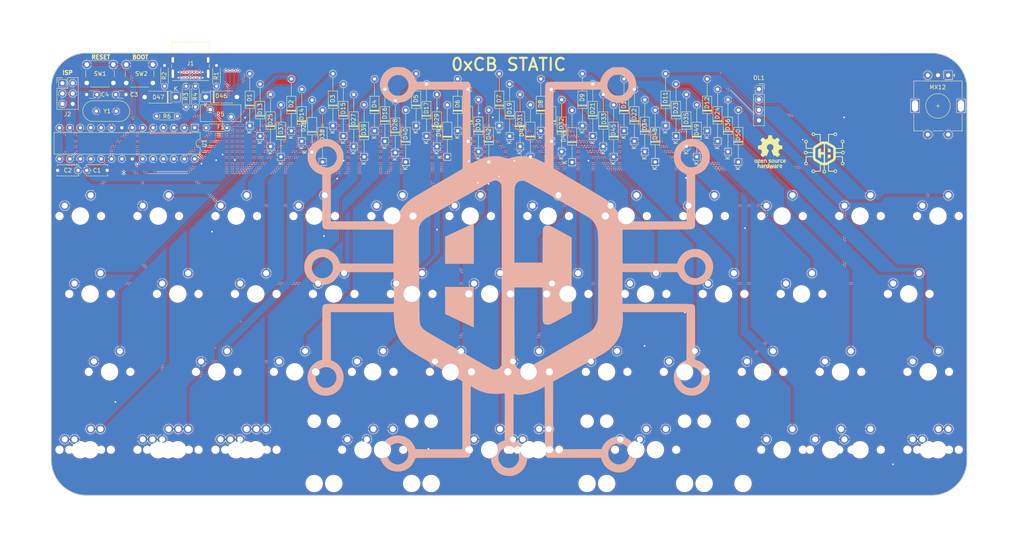
<source format=kicad_pcb>
(kicad_pcb (version 20210424) (generator pcbnew)
  (title_block (title "Static") (date "2021-05-27") (rev "1.0") (company "0xCB") (comment 1 "Conor Burns"))
  (layers (0 "F.Cu" signal) (31 "B.Cu" signal) (34 "B.Paste" user) (35 "F.Paste" user) (36 "B.SilkS" user "B.Silkscreen") (37 "F.SilkS" user "F.Silkscreen") (38 "B.Mask" user) (39 "F.Mask" user) (44 "Edge.Cuts" user))
  (net 0 "")
  (net 1 "+5V")
  (net 2 "GND")
  (net 3 "Net-(D9-Pad2)")
  (net 4 "Net-(D8-Pad2)")
  (net 5 "ROW0")
  (net 6 "Net-(D7-Pad2)")
  (net 7 "ROW1")
  (net 8 "Net-(D6-Pad2)")
  (net 9 "Net-(D5-Pad2)")
  (net 10 "Net-(D4-Pad2)")
  (net 11 "Net-(D38-Pad2)")
  (net 12 "Net-(D36-Pad2)")
  (net 13 "Net-(D35-Pad2)")
  (net 14 "Net-(D34-Pad2)")
  (net 15 "Net-(D33-Pad2)")
  (net 16 "Net-(D32-Pad2)")
  (net 17 "Net-(D31-Pad2)")
  (net 18 "Net-(D3-Pad2)")
  (net 19 "ROW2")
  (net 20 "Net-(D29-Pad2)")
  (net 21 "ROW3")
  (net 22 "Net-(D28-Pad2)")
  (net 23 "Net-(D27-Pad2)")
  (net 24 "Net-(D25-Pad2)")
  (net 25 "Net-(D24-Pad2)")
  (net 26 "Net-(D23-Pad2)")
  (net 27 "Net-(D22-Pad2)")
  (net 28 "Net-(D21-Pad2)")
  (net 29 "Net-(D20-Pad2)")
  (net 30 "Net-(D2-Pad2)")
  (net 31 "Net-(D19-Pad2)")
  (net 32 "ROW4")
  (net 33 "Net-(D18-Pad2)")
  (net 34 "Net-(D17-Pad2)")
  (net 35 "ROW5")
  (net 36 "Net-(D16-Pad2)")
  (net 37 "Net-(D15-Pad2)")
  (net 38 "Net-(D14-Pad2)")
  (net 39 "Net-(D30-Pad2)")
  (net 40 "Net-(D13-Pad2)")
  (net 41 "Net-(D12-Pad2)")
  (net 42 "Net-(D11-Pad2)")
  (net 43 "Net-(D10-Pad2)")
  (net 44 "Net-(D1-Pad2)")
  (net 45 "ROW6")
  (net 46 "Net-(C4-Pad2)")
  (net 47 "ROW7")
  (net 48 "Net-(D37-Pad2)")
  (net 49 "Net-(C3-Pad2)")
  (net 50 "Net-(D39-Pad2)")
  (net 51 "Net-(D40-Pad2)")
  (net 52 "Net-(D41-Pad2)")
  (net 53 "Net-(D42-Pad2)")
  (net 54 "Net-(D43-Pad2)")
  (net 55 "Net-(D44-Pad2)")
  (net 56 "Net-(D46-Pad1)")
  (net 57 "Net-(F1-Pad1)")
  (net 58 "Net-(J1-PadA5)")
  (net 61 "Net-(J1-PadB5)")
  (net 62 "RST")
  (net 63 "COL0")
  (net 64 "COL1")
  (net 65 "COL2")
  (net 66 "COL3")
  (net 67 "COL4")
  (net 68 "COL5")
  (net 69 "EB")
  (net 70 "EA")
  (net 71 "SDA")
  (net 72 "SCL")
  (net 73 "D-")
  (net 74 "D+")
  (net 78 "Net-(D47-Pad1)")
  (net 81 "Net-(D45-Pad2)")
  (net 82 "Net-(D48-Pad2)")
  (net 83 "Net-(D49-Pad2)")
  (net 84 "Net-(D50-Pad2)")
  (footprint "MX_Only:MXOnly-1.25U-NoLED" (layer "F.Cu") (at 68.7388 137.16)
    (fp_text reference "MX37_1" hide)
    (fp_text value "MX-NoLED" hide)
  )
  (footprint "Diode_THT:D_DO-35_SOD27_P12.70mm_Horizontal" (layer "F.Cu") (at 205.5495 64.262 90)
    (fp_text reference "D36")
    (fp_text value "1N4148")
  )
  (footprint "MX_Only:MXOnly-1U-NoLED" (layer "F.Cu") (at 223.52 99.06)
    (fp_text reference "MX22")
    (fp_text value "MX-NoLED")
  )
  (footprint "Diode_THT:D_DO-35_SOD27_P12.70mm_Horizontal" (layer "F.Cu") (at 197.9295 65.532 90)
    (fp_text reference "D49")
    (fp_text value "1N4148")
  )
  (footprint "MX_Only:MXOnly-1U-NoLED" (layer "F.Cu") (at 99.695 118.11)
    (fp_text reference "MX27")
    (fp_text value "MX-NoLED")
  )
  (footprint "Diode_THT:D_DO-35_SOD27_P12.70mm_Horizontal" (layer "F.Cu") (at 162.3695 61.722 90)
    (fp_text reference "D20")
    (fp_text value "1N4148")
  )
  (footprint "Button_Switch_THT:SW_PUSH_6mm_H5mm" (layer "F.Cu") (at 58.5355 42.962)
    (fp_text reference "SW2")
    (fp_text value "BOOT")
  )
  (footprint "MX_Only:MXOnly-1.75U-NoLED" (layer "F.Cu") (at 54.4513 118.11)
    (fp_text reference "MX25")
    (fp_text value "MX-NoLED")
  )
  (footprint "MX_Only:MXOnly-2.25U-NoLED" (layer "F.Cu") (at 187.82 137.16)
    (fp_text reference "MX41")
    (fp_text value "MX-NoLED")
  )
  (footprint "Connector_PinSocket_2.54mm:PinSocket_1x04_P2.54mm_Vertical" (layer "F.Cu") (at 213.11 48.98)
    (fp_text reference "OL1")
    (fp_text value "OLED")
  )
  (footprint "Diode_THT:D_DO-35_SOD27_P12.70mm_Horizontal" (layer "F.Cu") (at 180.1495 59.182 90)
    (fp_text reference "D10")
    (fp_text value "1N4148")
  )
  (footprint "MX_Only:MXOnly-1U-NoLED" (layer "F.Cu") (at 204.47 99.06)
    (fp_text reference "MX21")
    (fp_text value "MX-NoLED")
  )
  (footprint "Diode_THT:D_DO-35_SOD27_P12.70mm_Horizontal" (layer "F.Cu") (at 101.4095 61.722 90)
    (fp_text reference "D14")
    (fp_text value "1N4148")
  )
  (footprint "MX_Only:MXOnly-1U-NoLED" (layer "F.Cu") (at 237.8075 80.01)
    (fp_text reference "MX11")
    (fp_text value "MX-NoLED")
  )
  (footprint "MX_Only:MXOnly-1U-NoLED" (layer "F.Cu") (at 90.17 137.16)
    (fp_text reference "MX38_2" hide)
    (fp_text value "MX-NoLED" hide)
  )
  (footprint "MX_Only:MXOnly-1U-NoLED" (layer "F.Cu") (at 71.12 99.06)
    (fp_text reference "MX14")
    (fp_text value "MX-NoLED")
  )
  (footprint "MX_Only:MXOnly-1U-NoLED" (layer "F.Cu") (at 147.32 137.16)
    (fp_text reference "MX40")
    (fp_text value "MX-NoLED")
  )
  (footprint "MX_Only:MXOnly-1U-NoLED" (layer "F.Cu") (at 175.895 118.11)
    (fp_text reference "MX31")
    (fp_text value "MX-NoLED")
  )
  (footprint "Diode_THT:D_DO-41_SOD81_P7.62mm_Horizontal" (layer "F.Cu") (at 70.64 50.93 180)
    (fp_text reference "D47")
    (fp_text value "1N4729")
  )
  (footprint "MX_Only:MXOnly-1U-NoLED" (layer "F.Cu") (at 109.22 99.06)
    (fp_text reference "MX16")
    (fp_text value "MX-NoLED")
  )
  (footprint "Diode_THT:D_DO-35_SOD27_P12.70mm_Horizontal" (layer "F.Cu") (at 114.1095 62.992 90)
    (fp_text reference "D27")
    (fp_text value "1N4148")
  )
  (footprint "Diode_THT:D_DO-35_SOD27_P12.70mm_Horizontal" (layer "F.Cu") (at 124.2695 64.516 90)
    (fp_text reference "D28")
    (fp_text value "1N4148")
  )
  (footprint "MX_Only:MXOnly-1U-NoLED" (layer "F.Cu") (at 218.7575 80.01)
    (fp_text reference "MX10")
    (fp_text value "MX-NoLED")
  )
  (footprint "Resistor_THT:R_Axial_DIN0204_L3.6mm_D1.6mm_P5.08mm_Horizontal" (layer "F.Cu") (at 80.5815 43.18 -90)
    (fp_text reference "R1")
    (fp_text value "5.1K")
  )
  (footprint "MX_Only:MXOnly-1U-NoLED" (layer "F.Cu") (at 137.795 118.11)
    (fp_text reference "MX29")
    (fp_text value "MX-NoLED")
  )
  (footprint "MX_Only:MXOnly-1U-NoLED" (layer "F.Cu") (at 213.995 118.11)
    (fp_text reference "MX33")
    (fp_text value "MX-NoLED")
  )
  (footprint "Diode_THT:D_DO-35_SOD27_P12.70mm_Horizontal" (layer "F.Cu") (at 131.8895 60.452 90)
    (fp_text reference "D17")
    (fp_text value "1N4148")
  )
  (footprint "Diode_THT:D_DO-35_SOD27_P12.70mm_Horizontal" (layer "F.Cu") (at 126.8095 66.802 90)
    (fp_text reference "D40")
    (fp_text value "1N4148")
  )
  (footprint "Diode_THT:D_DO-35_SOD27_P12.70mm_Horizontal" (layer "F.Cu") (at 164.9095 64.262 90)
    (fp_text reference "D32")
    (fp_text value "1N4148")
  )
  (footprint "MX_Only:MXOnly-2.75U-NoLED" (layer "F.Cu") (at 121.1263 137.16)
    (fp_text reference "MX39")
    (fp_text value "MX-NoLED")
  )
  (footprint "Diode_THT:D_DO-35_SOD27_P12.70mm_Horizontal" (layer "F.Cu") (at 208.0895 66.802 90)
    (fp_text reference "D50")
    (fp_text value "1N4148")
  )
  (footprint "MX_Only:MXOnly-1U-NoLED" (layer "F.Cu") (at 156.86 137.15)
    (fp_text reference "MX40_1" hide)
    (fp_text value "MX-NoLED" hide)
  )
  (footprint "Capacitor_THT:C_Disc_D5.0mm_W2.5mm_P5.00mm" (layer "F.Cu") (at 46.7595 68.834 180)
    (fp_text reference "C2")
    (fp_text value "0.1uF")
  )
  (footprint "Resistor_THT:R_Axial_DIN0204_L3.6mm_D1.6mm_P5.08mm_Horizontal" (layer "F.Cu") (at 75.438 48.26 -90)
    (fp_text reference "R4")
    (fp_text value "75")
  )
  (footprint "MX_Only:MXOnly-1.25U-NoLED" (layer "F.Cu") (at 230.6638 137.16)
    (fp_text reference "MX43_1" hide)
    (fp_text value "MX-NoLED" hide)
  )
  (footprint "Diode_THT:D_DO-35_SOD27_P12.70mm_Horizontal" (layer "F.Cu") (at 152.2095 60.452 90)
    (fp_text reference "D19")
    (fp_text value "1N4148")
  )
  (footprint "Diode_THT:D_DO-35_SOD27_P12.70mm_Horizontal" (layer "F.Cu") (at 195.3895 62.992 90)
    (fp_text reference "D35")
    (fp_text value "1N4148")
  )
  (footprint "Resistor_THT:R_Axial_DIN0204_L3.6mm_D1.6mm_P5.08mm_Horizontal" (layer "F.Cu") (at 78.0415 58.42)
    (fp_text reference "R5")
    (fp_text value "10k")
  )
  (footprint "Diode_THT:D_DO-35_SOD27_P12.70mm_Horizontal" (layer "F.Cu") (at 177.6095 65.532 90)
    (fp_text reference "D45")
    (fp_text value "1N4148")
  )
  (footprint "Diode_THT:D_DO-35_SOD27_P12.70mm_Horizontal" (layer "F.Cu") (at 119.1895 59.182 90)
    (fp_text reference "D4")
    (fp_text value "1N4148")
  )
  (footprint "Diode_THT:D_DO-35_SOD27_P12.70mm_Horizontal" (layer "F.Cu") (at 182.6895 61.722 90)
    (fp_text reference "D22")
    (fp_text value "1N4148")
  )
  (footprint "Diode_THT:D_DO-35_SOD27_P12.70mm_Horizontal" (layer "F.Cu") (at 93.7895 62.992 90)
    (fp_text reference "D25")
    (fp_text value "1N4148")
  )
  (footprint "MX_Only:MXOnly-1.25U-NoLED" (layer "F.Cu") (at 254.4763 137.16)
    (fp_text reference "MX44_1" hide)
    (fp_text value "MX-NoLED" hide)
  )
  (footprint "MX_Only:MXOnly-1U-NoLED" (layer "F.Cu") (at 256.8575 137.16)
    (fp_text reference "MX44")
    (fp_text value "MX-NoLED")
  )
  (footprint "MX_Only:MXOnly-1U-NoLED" (layer "F.Cu") (at 104.4575 80.01)
    (fp_text reference "MX4")
    (fp_text value "MX-NoLED")
  )
  (footprint "Diode_THT:D_DO-35_SOD27_P12.70mm_Horizontal" (layer "F.Cu") (at 203.0095 61.722 90)
    (fp_text reference "D24")
    (fp_text value "1N4148")
  )
  (footprint "MX_Only:MXOnly-1U-NoLED" (layer "F.Cu") (at 256.8575 80.01)
    (fp_text reference "MX24")
    (fp_text value "MX-NoLED")
  )
  (footprint "MX_Only:MXOnly-1U-NoLED" (layer "F.Cu") (at 66.3575 137.16)
    (fp_text reference "MX37")
    (fp_text value "MX-NoLED")
  )
  (footprint "MX_Only:MXOnly-1U-NoLED" (layer "F.Cu") (at 185.42 99.06)
    (fp_text reference "MX20")
    (fp_text value "MX-NoLED")
  )
  (footprint "Diode_THT:D_DO-35_SOD27_P12.70mm_Horizontal" (layer "F.Cu") (at 169.9895 57.912 90)
    (fp_text reference "D9")
    (fp_text value "1N4148")
  )
  (footprint "MX_Only:MXOnly-1U-NoLED" (layer "F.Cu") (at 161.6075 80.01)
    (fp_text reference "MX7")
    (fp_text value "MX-NoLED")
  )
  (footprint "MX_Only:MXOnly-1U-NoLED" (layer "F.Cu") (at 47.3075 137.16)
    (fp_text reference "MX36")
    (fp_text value "MX-NoLED")
  )
  (footprint "Diode_THT:D_DO-35_SOD27_P12.70mm_Horizontal" (layer "F.Cu") (at 116.6495 65.532 90)
    (fp_text reference "D39")
    (fp_text value "1N4148")
  )
  (footprint "Diode_THT:D_DO-35_SOD27_P12.70mm_Horizontal" (layer "F.Cu") (at 91.2495 60.452 90)
    (fp_text reference "D13")
    (fp_text value "1N4148")
  )
  (footprint "Diode_THT:D_DO-35_SOD27_P12.70mm_Horizontal" (layer "F.Cu") (at 103.94 64.37 90)
    (fp_text reference "D26")
    (fp_text value "1N4148")
  )
  (footprint "MX_Only:MXOnly-1U-NoLED" (layer "F.Cu") (at 218.7575 137.16)
    (fp_text reference "MX42")
    (fp_text value "MX-NoLED")
  )
  (footprint "Diode_THT:D_DO-35_SOD27_P12.70mm_Horizontal" (layer "F.Cu") (at 200.4695 59.182 90)
    (fp_text reference "D12")
    (fp_text value "1N4148")
  )
  (footprint "Capacitor_THT:C_Disc_D5.0mm_W2.5mm_P5.00mm" (layer "F.Cu") (at 48.8715 68.834)
    (fp_text reference "C1")
    (fp_text value "0.1uF")
  )
  (footprint "Diode_THT:D_DO-35_SOD27_P12.70mm_Horizontal" (layer "F.Cu") (at 149.6695 57.912 90)
    (fp_text reference "D7")
    (fp_text value "1N4148")
  )
  (footprint "MX_Only:MXOnly-1U-NoLED" (layer "F.Cu") (at 128.27 99.06)
    (fp_text reference "MX17")
    (fp_text value "MX-NoLED")
  )
  (footprint "Fuse:Fuse_BelFuse_0ZRE0025FF_L9.6mm_W3.8mm" (layer "F.Cu") (at 84.1475 55.764 180)
    (fp_text reference "F1")
    (fp_text value "500mA")
  )
  (footprint "MX_Only:MXOnly-1.25U-NoLED" (layer "F.Cu") (at 49.6888 137.16)
    (fp_text reference "MX36_1" hide)
    (fp_text value "MX-NoLED" hide)
  )
  (footprint "MX_Only:MXOnly-1U-NoLED" (layer "F.Cu") (at 156.845 118.11)
    (fp_text reference "MX30")
    (fp_text value "MX-NoLED")
  )
  (footprint "Diode_THT:D_DO-35_SOD27_P12.70mm_Horizontal" (layer "F.Cu") (at 136.98 65.54 90)
    (fp_text reference "D41")
    (fp_text value "1N4148")
  )
  (footprint "Diode_THT:D_DO-35_SOD27_P12.70mm_Horizontal" (layer "F.Cu") (at 109.0295 57.912 90)
    (fp_text reference "D3")
    (fp_text value "1N4148")
  )
  (footprint "Resistor_THT:R_Axial_DIN0204_L3.6mm_D1.6mm_P5.08mm_Horizontal" (layer "F.Cu") (at 71.01 55.59 180)
    (fp_text reference "R6")
    (fp_text value "1.5k")
  )
  (footprint "Diode_THT:D_DO-35_SOD27_P12.70mm_Horizontal" (layer "F.Cu") (at 129.3495 57.912 90)
    (fp_text reference "D5")
    (fp_text value "1N4148")
  )
  (footprint "MX_Only:MXOnly-1U-NoLED" (layer "F.Cu") (at 180.6575 80.01)
    (fp_text reference "MX8")
    (fp_text value "MX-NoLED")
  )
  (footprint "MX_Only:MXOnly-1U-NoLED" (layer "F.Cu") (at 123.5075 80.01)
    (fp_text reference "MX5")
    (fp_text value "MX-NoLED")
  )
  (footprint "MX_Only:MXOnly-1U-NoLED" (layer "F.Cu") (at 233.045 118.11)
    (fp_text reference "MX34")
    (fp_text value "MX-NoLED")
  )
  (footprint "Diode_THT:D_DO-35_SOD27_P12.70mm_Horizontal" (layer "F.Cu") (at 159.8295 59.182 90)
    (fp_text reference "D8")
    (fp_text value "1N4148")
  )
  (footprint "MX_Only:MXOnly-1U-NoLED" (layer "F.Cu") (at 118.745 118.11)
    (fp_text reference "MX28")
    (fp_text value "MX-NoLED")
  )
  (footprint "MX_Only:MXOnly-1U-NoLED" (layer "F.Cu") (at 166.37 99.06)
    (fp_text reference "MX19")
    (fp_text value "MX-NoLED")
  )
  (footprint "Diode_THT:D_DO-35_SOD27_P12.70mm_Horizontal" (layer "F.Cu") (at 121.7295 61.722 90)
    (fp_text reference "D16")
    (fp_text value "1N4148")
  )
  (footprint "MX_Only:MXOnly-1U-NoLED" (layer "F.Cu") (at 90.17 99.06)
    (fp_text reference "MX15")
    (fp_text value "MX-NoLED")
  )
  (footprint "Diode_THT:D_DO-35_SOD27_P12.70mm_Horizontal" (layer "F.Cu") (at 139.5095 59.182 90)
    (fp_text reference "D6")
    (fp_text value "1N4148")
  )
  (footprint "Diode_THT:D_DO-35_SOD27_P12.70mm_Horizontal" (layer "F.Cu") (at 111.5695 60.452 90)
    (fp_text reference "D15")
    (fp_text value "1N4148")
  )
  (footprint "MX_Only:MXOnly-1U-NoLED" (layer "F.Cu") (at 237.8075 137.16)
    (fp_text reference "MX43")
    (fp_text value "MX-NoLED")
  )
  (footprint "Diode_THT:D_DO-35_SOD27_P12.70mm_Horizontal" (layer "F.Cu") (at 192.8495 60.452 90)
    (fp_text reference "D23")
    (fp_text value "1N4148")
  )
  (footprint "MX_Only:MXOnly-1U-NoLED" (layer "F.Cu") (at 147.32 99.06)
    (fp_text reference "MX18")
    (fp_text value "MX-NoLED")
  )
  (footprint "Diode_THT:D_DO-35_SOD27_P12.70mm_Horizontal" (layer "F.Cu") (at 154.7495 62.992 90)
    (fp_text reference "D31")
    (fp_text value "1N4148")
  )
  (footprint "Diode_THT:D_DO-35_SOD27_P12.70mm_Horizontal" (layer "F.Cu") (at 157.29 65.52 90)
    (fp_text reference "D43")
    (fp_text value "1N4148")
  )
  (footprint "MX_Only:MXOnly-1.75U-NoLED" (layer "F.Cu") (at 249.7138 99.06)
    (fp_text reference "MX23")
    (fp_text value "MX-NoLED")
  )
  (footprint "Package_DIP:DIP-28_W7.62mm" (layer "F.Cu") (at 75.2475 58.42 -90)
    (fp_text reference "U1")
    (fp_text value "ATmega328-P")
  )
  (footprint "Diode_THT:D_DO-35_SOD27_P12.70mm_Horizontal" (layer "F.Cu") (at 134.4295 62.992 90)
    (fp_text reference "D29")
    (fp_text value "1N4148")
  )
  (footprint "Diode_THT:D_DO-35_SOD27_P12.70mm_Horizontal" (layer "F.Cu") (at 88.7095 57.912 90)
    (fp_text reference "D1")
    (fp_text value "1N4148")
  )
  (footprint "LOGO" (layer "F.Cu") (at 229.09 64.59)
    (fp_text reference "L2" hide)
    (fp_text value "LOGO" hide)
  )
  (footprint "Diode_THT:D_DO-35_SOD27_P12.70mm_Horizontal" (layer "F.Cu") (at 142.0495 61.722 90)
    (fp_text reference "D18")
    (fp_text value "1N4148")
  )
  (footprint "Diode_THT:D_DO-35_SOD27_P12.70mm_Horizontal" (layer "F.Cu") (at 187.7695 66.802 90)
    (fp_text reference "D48")
    (fp_text value "1N4148")
  )
  (footprint "MX_Only:MXOnly-1.25U-NoLED" (layer "F.Cu") (at 254.4763 118.11)
    (fp_text reference "MX35")
    (fp_text value "MX-NoLED")
  )
  (footprint "MX_Only:MXOnly-1U-NoLED" (layer "F.Cu") (at 71.12 137.16)
    (fp_text reference "MX37_2" hide)
    (fp_text value "MX-NoLED" hide)
  )
  (footprint "Diode_THT:D_DO-35_SOD27_P12.70mm_Horizontal" (layer "F.Cu") (at 106.4895 66.802 90)
    (fp_text reference "D38")
    (fp_text value "1N4148")
  )
  (footprint "MX_Only:MXOnly-1U-NoLED" (layer "F.Cu") (at 85.4075 137.16)
    (fp_text reference "MX38")
    (fp_text value "MX-NoLED")
  )
  (footprint "MX_Only:MXOnly-1U-NoLED" (layer "F.Cu") (at 199.7075 80.01)
    (fp_text reference "MX9")
    (fp_text value "MX-NoLED")
  )
  (footprint "MX_Only:MXOnly-2.75U-NoLED" (layer "F.Cu") (at 183.04 137.16)
    (fp_text reference "MX41_1" hide)
    (fp_text value "MX-NoLED" hide)
  )
  (footprint "MX_Only:MXOnly-1U-NoLED" (layer "F.Cu") (at 66.3575 80.01)
    (fp_text reference "MX2")
    (fp_text value "MX-NoLED")
  )
  (footprint "MX_Only:MXOnly-1U-NoLED" (layer "F.Cu") (at 47.3075 80.01)
    (fp_text reference "MX1")
    (fp_text value "MX-NoLED")
  )
  (footprint "Diode_THT:D_DO-35_SOD27_P12.70mm_Horizontal" (layer "F.Cu") (at 144.5895 64.262 90)
    (fp_text reference "D30")
    (fp_text value "1N4148")
  )
  (footprint "MX_Only:MXOnly-6.25U-NoLED" (layer "F.Cu") (at 159.2263 137.16)
    (fp_text reference "MX40_2" hide)
    (fp_text value "6.25U" hide)
  )
  (footprint "Diode_THT:D_DO-35_SOD27_P12.70mm_Horizontal" (layer "F.Cu") (at 172.5295 60.452 90)
    (fp_text reference "D21")
    (fp_text value "1N4148")
  )
  (footprint "Capacitor_THT:C_Disc_D3.0mm_W1.6mm_P2.50mm" (layer "F.Cu") (at 58.4635 50.292 180)
    (fp_text reference "C3")
    (fp_text value "20pF")
  )
  (footprint "Diode_THT:D_DO-41_SOD81_P7.62mm_Horizontal" (layer "F.Cu") (at 77.94 50.89)
    (fp_text reference "D46")
    (fp_text value "1N4729")
  )
  (footprint "Diode_THT:D_DO-35_SOD27_P12.70mm_Horizontal" (layer "F.Cu") (at 98.8695 59.182 90)
    (fp_text reference "D2")
    (fp_text value "1N4148")
  )
  (footprint "Symbol:OSHW-Logo_7.5x8mm_SilkScreen" (layer "F.Cu") (at 215.85 64.25)
    (fp_text reference "L1" hide)
    (fp_text value "OSHW-Logo_7.5x8mm_SilkScreen" hide)
  )
  (footprint "Diode_THT:D_DO-35_SOD27_P12.70mm_Horizontal" (layer "F.Cu") (at 185.2295 64.262 90)
    (fp_text reference "D34")
    (fp_text value "1N4148")
  )
  (footprint "Crystal:Crystal_HC49-4H_Vertical" (layer "F.Cu") (at 51.2075 54.346)
    (fp_text reference "Y1")
    (fp_text value "16MHz")
  )
  (footprint "Diode_THT:D_DO-35_SOD27_P12.70mm_Horizontal" (layer "F.Cu") (at 175.0695 62.992 90)
    (fp_text reference "D33")
    (fp_text value "1N4148")
  )
  (footprint "MX_Only:MXOnly-1U-NoLED" (layer "F.Cu") (at 194.945 118.11)
    (fp_text reference "MX32")
    (fp_text value "MX-NoLED")
  )
  (footprint "Resistor_THT:R_Axial_DIN0204_L3.6mm_D1.6mm_P5.08mm_Horizontal" (layer "F.Cu") (at 67.8815 48.26 90)
    (fp_text reference "R2")
    (fp_text value "5.1K")
  )
  (footprint "MX_Only:MXOnly-1.25U-NoLED" (layer "F.Cu") (at 49.6888 99.06)
    (fp_text reference "MX13")
    (fp_text value "MX-NoLED")
  )
  (footprint "Rotary_Encoder:RotaryEncoder_Alps_EC11E-Switch_Vertical_H20mm" (layer "F.Cu") (at 259.3575 45.582 -90)
    (fp_text reference "MX12")
    (fp_text value "EC11")
  )
  (footprint "Diode_THT:D_DO-35_SOD27_P12.70mm_Horizontal" (layer "F.Cu") (at 147.1295 66.802 90)
    (fp_text reference "D42")
    (fp_text value "1N4148")
  )
  (footprint "MX_Only:MXOnly-1U-NoLED" (layer "F.Cu") (at 85.4075 80.01)
    (fp_text reference "MX3")
    (fp_text value "MX-NoLED")
  )
  (footprint "Resistor_THT:R_Axial_DIN0204_L3.6mm_D1.6mm_P5.08mm_Horizontal" (layer "F.Cu") (at 73.152 53.34 90)
    (fp_text reference "R3")
    (fp_text value "75")
  )
  (footprint "Diode_THT:D_DO-35_SOD27_P12.70mm_Horizontal" (layer "F.Cu") (at 190.3095 57.912 90)
    (fp_text reference "D11")
    (fp_text value "1N4148")
  )
  (footprint "Connector_USB:USB_C_Receptacle_GCT_USB4085" (layer "F.Cu") (at 77.2065 46.189 180)
    (fp_text reference "J1")
    (fp_text value "USB_C_Receptacle_USB2.0")
  )
  (footprint "MX_Only:MXOnly-1.25U-NoLED" (layer "F.Cu") (at 87.7888 137.16)
    (fp_text reference "MX38_1" hide)
    (fp_text value "MX-NoLED" hide)
  )
  (footprint "Diode_THT:D_DO-35_SOD27_P12.70mm_Horizontal" (layer "F.Cu") (at 96.3295 65.532 90)
    (fp_text reference "D37")
    (fp_text value "1N4148")
  )
  (footprint "Connector_PinHeader_2.54mm:PinHeader_2x03_P2.54mm_Vertical" (layer "F.Cu") (at 42.921 47.513)
    (fp_text reference "J2")
    (fp_text value "AVR-ISP-6")
  )
  (footprint "Capacitor_THT:C_Disc_D3.0mm_W1.6mm_P2.50mm" (layer "F.Cu") (at 48.8515 50.292)
    (fp_text reference "C4")
    (fp_text value "20pF")
  )
  (footprint "Button_Switch_THT:SW_PUSH_6mm_H5mm" (layer "F.Cu") (at 48.8835 42.962)
    (fp_text reference "SW1")
    (fp_text value "RESET")
  )
  (footprint "MX_Only:MXOnly-1U-NoLED" (layer "F.Cu") (at 80.645 118.11)
    (fp_text reference "MX26")
    (fp_text value "MX-NoLED")
  )
  (footprint "MX_Only:MXOnly-1U-NoLED" (layer "F.Cu") (at 142.5575 80.01)
    (fp_text reference "MX6")
    (fp_text value "MX-NoLED")
  )
  (footprint "MX_Only:MXOnly-2.25U-NoLED" (layer "F.Cu") (at 116.3638 137.16)
    (fp_text reference "MX39_1" hide)
    (fp_text value "MX-NoLED" hide)
  )
  (footprint "Diode_THT:D_DO-35_SOD27_P12.70mm_Horizontal" (layer "F.Cu") (at 167.46 66.86 90)
    (fp_text reference "D44")
    (fp_text value "1N4148")
  )
  (footprint "LOGO" (layer "B.Cu") (at 151.97 93.58 180)
    (fp_text reference "G***" hide)
    (fp_text value "LOGO" hide)
  )
  (gr_arc (start 255.322926 48.778572) (end 255.322926 40.142574) (angle 90) (layer "Edge.Cuts") (width 0.2))
  (gr_arc (start 48.831498 48.768) (end 40.1955 48.768) (angle 90) (layer "Edge.Cuts") (width 0.2))
  (gr_arc (start 48.842074 139.689428) (end 48.842074 148.325426) (angle 90) (layer "Edge.Cuts") (width 0.2))
  (gr_line (start 255.322926 148.325426) (end 48.842074 148.325426) (layer "Edge.Cuts") (width 0.2))
  (gr_line (start 255.322926 40.142574) (end 48.8315 40.132) (layer "Edge.Cuts") (width 0.2))
  (gr_arc (start 255.322928 139.689426) (end 263.958926 139.689426) (angle 90) (layer "Edge.Cuts") (width 0.2))
  (gr_line (start 263.958926 48.778574) (end 263.958926 139.689426) (layer "Edge.Cuts") (width 0.2))
  (gr_line (start 40.206074 139.689426) (end 40.1955 48.768) (layer "Edge.Cuts") (width 0.2))
  (gr_text "BOOT" (at 61.976 41.148) (layer "F.SilkS") (effects (font (size 1 1) (thickness 0.25))))
  (gr_text "0xCB STATIC" (at 151.96 42.95) (layer "F.SilkS") (effects (font (size 3 3) (thickness 0.5))))
  (gr_text "ISP" (at 44.196 44.958) (layer "F.SilkS") (effects (font (size 1 1) (thickness 0.25))))
  (gr_text "RESET" (at 52.324 41.148) (layer "F.SilkS") (effects (font (size 1 1) (thickness 0.25))))
  (segment (start 213.104 54.06) (end 213.041 53.997) (width 0.25) (layer "F.Cu") (net 1))
  (segment (start 77.4215 55.59) (end 79.0475 53.964) (width 0.25) (layer "F.Cu") (net 1))
  (segment (start 71.01 55.59) (end 77.4215 55.59) (width 0.25) (layer "F.Cu") (net 1))
  (segment (start 48.6175 68.58) (end 48.8715 68.58) (width 0.25) (layer "F.Cu") (net 1))
  (segment (start 48.6175 68.58) (end 48.8715 68.834) (width 0.25) (layer "F.Cu") (net 1))
  (segment (start 47.0135 68.58) (end 48.6175 68.58) (width 0.25) (layer "F.Cu") (net 1))
  (segment (start 79.0475 53.964) (end 83.1215 58.038) (width 0.25) (layer "F.Cu") (net 1))
  (segment (start 213.11 54.06) (end 213.104 54.06) (width 0.25) (layer "F.Cu") (net 1))
  (segment (start 87.376 43.942) (end 202.986 43.942) (width 0.25) (layer "F.Cu") (net 1))
  (segment (start 46.7595 68.58) (end 47.0135 68.58) (width 0.25) (layer "F.Cu") (net 1))
  (segment (start 83.1215 58.42) (end 87.122 54.4195) (width 0.25) (layer "F.Cu") (net 1))
  (segment (start 87.122 54.4195) (end 87.122 44.196) (width 0.25) (layer "F.Cu") (net 1))
  (segment (start 83.1215 58.038) (end 83.1215 58.42) (width 0.25) (layer "F.Cu") (net 1))
  (segment (start 87.122 44.196) (end 87.376 43.942) (width 0.25) (layer "F.Cu") (net 1))
  (segment (start 202.986 43.942) (end 213.041 53.997) (width 0.25) (layer "F.Cu") (net 1))
  (segment (start 47.0135 68.58) (end 46.7595 68.834) (width 0.25) (layer "F.Cu") (net 1))
  (segment (start 48.8715 68.834) (end 48.8715 70.652) (width 0.25) (layer "B.Cu") (net 1))
  (segment (start 54.9275 66.04) (end 54.9275 63.5) (width 0.25) (layer "B.Cu") (net 1))
  (segment (start 81.8515 71.882) (end 83.1215 70.612) (width 0.25) (layer "B.Cu") (net 1))
  (segment (start 60.0075 50.1717) (end 58.8578 49.022) (width 0.25) (layer "B.Cu") (net 1))
  (segment (start 54.9275 63.5) (end 60.0075 58.42) (width 0.25) (layer "B.Cu") (net 1))
  (segment (start 54.0518 66.04) (end 52.0198 68.072) (width 0.25) (layer "B.Cu") (net 1))
  (segment (start 60.0075 58.42) (end 60.0075 50.1717) (width 0.25) (layer "B.Cu") (net 1))
  (segment (start 83.1215 58.038) (end 83.1215 58.42) (width 0.25) (layer "B.Cu") (net 1))
  (segment (start 50.1015 71.882) (end 81.8515 71.882) (width 0.25) (layer "B.Cu") (net 1))
  (segment (start 46.97 49.022) (end 45.461 47.513) (width 0.25) (layer "B.Cu") (net 1))
  (segment (start 48.8715 68.58) (end 48.8715 68.834) (width 0.25) (layer "B.Cu") (net 1))
  (segment (start 58.8578 49.022) (end 46.97 49.022) (width 0.25) (layer "B.Cu") (net 1))
  (segment (start 83.1215 70.612) (end 83.1215 58.42) (width 0.25) (layer "B.Cu") (net 1))
  (segment (start 48.8715 70.652) (end 50.1015 71.882) (width 0.25) (layer "B.Cu") (net 1))
  (segment (start 52.0198 68.072) (end 49.3795 68.072) (width 0.25) (layer "B.Cu") (net 1))
  (segment (start 49.3795 68.072) (end 48.8715 68.58) (width 0.25) (layer "B.Cu") (net 1))
  (segment (start 54.9275 66.04) (end 54.0518 66.04) (width 0.25) (layer "B.Cu") (net 1))
  (via (at 134.58 53.65) (size 0.8) (drill 0.4) (layers "F.Cu" "B.Cu") (net 2))
  (via (at 149.61 70.33) (size 0.8) (drill 0.4) (layers "F.Cu" "B.Cu") (net 2))
  (via (at 142.2 66.6) (size 0.8) (drill 0.4) (layers "F.Cu" "B.Cu") (net 2))
  (via (at 195.311 70.6806) (size 0.8) (drill 0.4) (layers "F.Cu" "B.Cu") (net 2))
  (via (at 80.51 66.35) (size 0.8) (drill 0.4) (layers "F.Cu" "B.Cu") (net 2))
  (via (at 147.066 72.136) (size 0.8) (drill 0.4) (layers "F.Cu" "B.Cu") (net 2))
  (via (at 144.447 71.8773) (size 0.8) (drill 0.4) (layers "F.Cu" "B.Cu") (net 2))
  (via (at 148.082 55.88) (size 0.8) (drill 0.4) (layers "F.Cu" "B.Cu") (net 2))
  (via (at 132.334 136.906) (size 0.8) (drill 0.4) (layers "F.Cu" "B.Cu") (net 2))
  (via (at 76.89 67.21) (size 0.8) (drill 0.4) (layers "F.Cu" "B.Cu") (net 2))
  (via (at 79.502 83.82) (size 0.8) (drill 0.4) (layers "F.Cu" "B.Cu") (net 2))
  (via (at 106.83 84.89) (size 0.8) (drill 0.4) (layers "F.Cu" "B.Cu") (net 2))
  (via (at 55.88 125.476) (size 0.8) (drill 0.4) (layers "F.Cu" "B.Cu") (net 2))
  (via (at 153.37 66.51) (size 0.8) (drill 0.4) (layers "F.Cu" "B.Cu") (net 2))
  (via (at 185.166 111.76) (size 0.8) (drill 0.4) (layers "F.Cu" "B.Cu") (net 2))
  (via (at 195.047 103.605) (size 0.8) (drill 0.4) (layers "F.Cu" "B.Cu") (net 2))
  (via (at 233.934 55.88) (size 0.8) (drill 0.4) (layers "F.Cu" "B.Cu") (net 2))
  (via (at 209.716564 82.968213) (size 0.8) (drill 0.4) (layers "F.Cu" "B.Cu") (net 2))
  (via (at 134.46 83.35) (size 0.8) (drill 0.4) (layers "F.Cu" "B.Cu") (net 2))
  (via (at 111.64 66.46) (size 0.8) (drill 0.4) (layers "F.Cu" "B.Cu") (net 2))
  (via (at 223.8 61.34) (size 0.8) (drill 0.4) (layers "F.Cu" "B.Cu") (net 2))
  (via (at 85.07 66.31) (size 0.8) (drill 0.4) (layers "F.Cu" "B.Cu") (net 2))
  (via (at 144.82 54.83) (size 0.8) (drill 0.4) (layers "F.Cu" "B.Cu") (net 2))
  (via (at 245.872 140.716) (size 0.8) (drill 0.4) (layers "F.Cu" "B.Cu") (net 2))
  (via (at 82.07 64.97) (size 0.8) (drill 0.4) (layers "F.Cu" "B.Cu") (net 2))
  (via (at 87.57 55.95) (size 0.8) (drill 0.4) (layers "F.Cu" "B.Cu") (net 2))
  (via (at 171.44 66.49) (size 0.8) (drill 0.4) (layers "F.Cu" "B.Cu") (net 2))
  (via (at 110.08 70.86) (size 0.8) (drill 0.4) (layers "F.Cu" "B.Cu") (net 2))
  (segment (start 202.2475 74.93) (end 172.5295 45.212) (width 0.25) (layer "B.Cu") (net 3))
  (segment (start 172.5295 45.212) (end 169.9895 45.212) (width 0.25) (layer "B.Cu") (net 3))
  (segment (start 171.1071 55.6346) (end 171.1071 61.5417) (width 0.25) (layer "B.Cu") (net 4))
  (segment (start 183.1975 73.6321) (end 183.1975 74.93) (width 0.25) (layer "B.Cu") (net 4))
  (segment (start 161.9545 46.482) (end 171.1071 55.6346) (width 0.25) (layer "B.Cu") (net 4))
  (segment (start 159.8295 46.482) (end 161.9545 46.482) (width 0.25) (layer "B.Cu") (net 4))
  (segment (start 171.1071 61.5417) (end 183.1975 73.6321) (width 0.25) (layer "B.Cu") (net 4))
  (segment (start 129.3495 57.912) (end 109.0295 57.912) (width 0.25) (layer "F.Cu") (net 5))
  (segment (start 169.9895 57.912) (end 149.6695 57.912) (width 0.25) (layer "F.Cu") (net 5))
  (segment (start 190.3095 57.912) (end 169.9895 57.912) (width 0.25) (layer "F.Cu") (net 5))
  (segment (start 85.1458 57.912) (end 83.5133 59.5445) (width 0.25) (layer "F.Cu") (net 5))
  (segment (start 88.7095 57.912) (end 85.1458 57.912) (width 0.25) (layer "F.Cu") (net 5))
  (segment (start 109.0295 57.912) (end 88.7095 57.912) (width 0.25) (layer "F.Cu") (net 5))
  (segment (start 149.6695 57.912) (end 129.3495 57.912) (width 0.25) (layer "F.Cu") (net 5))
  (segment (start 190.31 57.912) (end 190.3095 57.912) (width 0.25) (layer "F.Cu") (net 5))
  (segment (start 83.5133 59.5445) (end 50.972 59.5445) (width 0.25) (layer "F.Cu") (net 5))
  (segment (start 50.972 59.5445) (end 49.8475 58.42) (width 0.25) (layer "F.Cu") (net 5))
  (segment (start 149.6695 45.212) (end 149.6695 54.1015) (width 0.25) (layer "B.Cu") (net 6))
  (segment (start 164.1475 68.5795) (end 164.1475 74.93) (width 0.25) (layer "B.Cu") (net 6))
  (segment (start 149.6695 54.1015) (end 164.1475 68.5795) (width 0.25) (layer "B.Cu") (net 6))
  (segment (start 83.6995 59.994) (end 48.8815 59.994) (width 0.25) (layer "F.Cu") (net 7))
  (segment (start 159.8295 59.182) (end 139.5095 59.182) (width 0.25) (layer "F.Cu") (net 7))
  (segment (start 84.5115 59.182) (end 83.6995 59.994) (width 0.25) (layer "F.Cu") (net 7))
  (segment (start 98.8695 59.182) (end 84.5115 59.182) (width 0.25) (layer "F.Cu") (net 7))
  (segment (start 200.4695 59.182) (end 180.1495 59.182) (width 0.25) (layer "F.Cu") (net 7))
  (segment (start 119.1895 59.182) (end 98.8695 59.182) (width 0.25) (layer "F.Cu") (net 7))
  (segment (start 180.1495 59.182) (end 159.8295 59.182) (width 0.25) (layer "F.Cu") (net 7))
  (segment (start 200.47 59.182) (end 200.4695 59.182) (width 0.25) (layer "F.Cu") (net 7))
  (segment (start 48.8815 59.994) (end 47.3075 58.42) (width 0.25) (layer "F.Cu") (net 7))
  (segment (start 139.5095 59.182) (end 119.1895 59.182) (width 0.25) (layer "F.Cu") (net 7))
  (segment (start 140.9741 70.8066) (end 140.9741 49.0219) (width 0.25) (layer "B.Cu") (net 8))
  (segment (start 140.9741 49.0219) (end 139.5095 47.5573) (width 0.25) (layer "B.Cu") (net 8))
  (segment (start 139.5095 46.482) (end 139.5095 47.5573) (width 0.25) (layer "B.Cu") (net 8))
  (segment (start 145.0975 74.93) (end 140.9741 70.8066) (width 0.25) (layer "B.Cu") (net 8))
  (segment (start 129.3495 45.212) (end 129.3495 46.2873) (width 0.25) (layer "B.Cu") (net 9))
  (segment (start 129.3495 46.2873) (end 125.7341 49.9027) (width 0.25) (layer "B.Cu") (net 9))
  (segment (start 125.7341 49.9027) (end 125.7341 74.6166) (width 0.25) (layer "B.Cu") (net 9))
  (segment (start 125.7341 74.6166) (end 126.0475 74.93) (width 0.25) (layer "B.Cu") (net 9))
  (segment (start 112.7508 55.1591) (end 112.7508 69.1767) (width 0.25) (layer "B.Cu") (net 10))
  (segment (start 119.1895 46.482) (end 119.1895 48.7204) (width 0.25) (layer "B.Cu") (net 10))
  (segment (start 119.1895 48.7204) (end 112.7508 55.1591) (width 0.25) (layer "B.Cu") (net 10))
  (segment (start 112.7508 69.1767) (end 106.9975 74.93) (width 0.25) (layer "B.Cu") (net 10))
  (segment (start 68.8975 132.08) (end 71.2788 132.08) (width 0.25) (layer "F.Cu") (net 11))
  (segment (start 71.2788 132.08) (end 73.66 132.08) (width 0.25) (layer "F.Cu") (net 11))
  (segment (start 73.66 132.08) (end 73.66 121.8857) (width 0.25) (layer "B.Cu") (net 11))
  (segment (start 106.4895 59.29) (end 106.4895 54.102) (width 0.25) (layer "B.Cu") (net 11))
  (segment (start 73.66 121.8857) (end 80.5638 114.9819) (width 0.25) (layer "B.Cu") (net 11))
  (segment (start 80.5638 114.9819) (end 80.5638 112.1193) (width 0.25) (layer "B.Cu") (net 11))
  (segment (start 97.4049 68.3746) (end 106.4895 59.29) (width 0.25) (layer "B.Cu") (net 11))
  (segment (start 97.4049 95.2782) (end 97.4049 68.3746) (width 0.25) (layer "B.Cu") (net 11))
  (segment (start 80.5638 112.1193) (end 97.4049 95.2782) (width 0.25) (layer "B.Cu") (net 11))
  (segment (start 210.9227 55.409) (end 210.9227 56.3756) (width 0.25) (layer "B.Cu") (net 12))
  (segment (start 210.9227 56.3756) (end 246.83 92.2829) (width 0.25) (layer "B.Cu") (net 12))
  (segment (start 253.7153 98.2679) (end 253.6315 98.3517) (width 0.25) (layer "B.Cu") (net 12))
  (segment (start 253.7153 93.4229) (end 253.7153 98.2679) (width 0.25) (layer "B.Cu") (net 12))
  (segment (start 246.83 92.2829) (end 252.5753 92.2829) (width 0.25) (layer "B.Cu") (net 12))
  (segment (start 207.0757 51.562) (end 210.9227 55.409) (width 0.25) (layer "B.Cu") (net 12))
  (segment (start 205.5495 51.562) (end 207.0757 51.562) (width 0.25) (layer "B.Cu") (net 12))
  (segment (start 253.6315 109.6452) (end 257.0163 113.03) (width 0.25) (layer "B.Cu") (net 12))
  (segment (start 253.6315 98.3517) (end 253.6315 109.6452) (width 0.25) (layer "B.Cu") (net 12))
  (segment (start 252.5753 92.2829) (end 253.7153 93.4229) (width 0.25) (layer "B.Cu") (net 12))
  (segment (start 235.585 93.3844) (end 235.585 113.03) (width 0.25) (layer "B.Cu") (net 13))
  (segment (start 195.3895 50.292) (end 196.9134 50.292) (width 0.25) (layer "B.Cu") (net 13))
  (segment (start 196.9134 50.292) (end 219.5984 72.977) (width 0.25) (layer "B.Cu") (net 13))
  (segment (start 219.5984 72.977) (end 219.5984 77.3978) (width 0.25) (layer "B.Cu") (net 13))
  (segment (start 219.5984 77.3978) (end 235.585 93.3844) (width 0.25) (layer "B.Cu") (net 13))
  (segment (start 210.7004 75.494) (end 210.7004 107.1954) (width 0.25) (layer "B.Cu") (net 14))
  (segment (start 186.7684 51.562) (end 210.7004 75.494) (width 0.25) (layer "B.Cu") (net 14))
  (segment (start 185.2295 51.562) (end 186.7684 51.562) (width 0.25) (layer "B.Cu") (net 14))
  (segment (start 210.7004 107.1954) (end 216.535 113.03) (width 0.25) (layer "B.Cu") (net 14))
  (segment (start 197.485 86.8605) (end 179.0741 68.4496) (width 0.25) (layer "B.Cu") (net 15))
  (segment (start 175.0695 53.8511) (end 175.0695 50.292) (width 0.25) (layer "B.Cu") (net 15))
  (segment (start 179.0741 68.4496) (end 179.0741 57.8557) (width 0.25) (layer "B.Cu") (net 15))
  (segment (start 179.0741 57.8557) (end 175.0695 53.8511) (width 0.25) (layer "B.Cu") (net 15))
  (segment (start 197.485 113.03) (end 197.485 86.8605) (width 0.25) (layer "B.Cu") (net 15))
  (segment (start 164.9095 51.562) (end 164.9095 57.5486) (width 0.25) (layer "B.Cu") (net 16))
  (segment (start 172.6004 107.1954) (end 178.435 113.03) (width 0.25) (layer "B.Cu") (net 16))
  (segment (start 172.6004 65.2395) (end 172.6004 107.1954) (width 0.25) (layer "B.Cu") (net 16))
  (segment (start 164.9095 57.5486) (end 172.6004 65.2395) (width 0.25) (layer "B.Cu") (net 16))
  (segment (start 159.385 85.4418) (end 159.385 113.03) (width 0.25) (layer "B.Cu") (net 17))
  (segment (start 165.5479 79.2789) (end 159.385 85.4418) (width 0.25) (layer "B.Cu") (net 17))
  (segment (start 154.7495 57.175) (end 165.5479 67.9734) (width 0.25) (layer "B.Cu") (net 17))
  (segment (start 165.5479 67.9734) (end 165.5479 79.2789) (width 0.25) (layer "B.Cu") (net 17))
  (segment (start 154.7495 50.292) (end 154.7495 57.175) (width 0.25) (layer "B.Cu") (net 17))
  (segment (start 97.3594 61.8995) (end 97.3594 55.8068) (width 0.25) (layer "B.Cu") (net 18))
  (segment (start 87.9475 71.3114) (end 97.3594 61.8995) (width 0.25) (layer "B.Cu") (net 18))
  (segment (start 87.9475 74.93) (end 87.9475 71.3114) (width 0.25) (layer "B.Cu") (net 18))
  (segment (start 97.3594 55.8068) (end 107.9542 45.212) (width 0.25) (layer "B.Cu") (net 18))
  (segment (start 109.0295 45.212) (end 107.9542 45.212) (width 0.25) (layer "B.Cu") (net 18))
  (segment (start 172.5295 60.452) (end 152.2095 60.452) (width 0.25) (layer "F.Cu") (net 19))
  (segment (start 91.2495 60.452) (end 46.7995 60.452) (width 0.25) (layer "F.Cu") (net 19))
  (segment (start 131.8895 60.452) (end 111.5695 60.452) (width 0.25) (layer "F.Cu") (net 19))
  (segment (start 192.85 60.452) (end 192.8495 60.452) (width 0.25) (layer "F.Cu") (net 19))
  (segment (start 46.7995 60.452) (end 44.7675 58.42) (width 0.25) (layer "F.Cu") (net 19))
  (segment (start 111.5695 60.452) (end 91.2495 60.452) (width 0.25) (layer "F.Cu") (net 19))
  (segment (start 152.2095 60.452) (end 131.8895 60.452) (width 0.25) (layer "F.Cu") (net 19))
  (segment (start 192.8495 60.452) (end 172.5295 60.452) (width 0.25) (layer "F.Cu") (net 19))
  (segment (start 126.0007 108.3143) (end 121.285 113.03) (width 0.25) (layer "B.Cu") (net 20))
  (segment (start 126.0007 96.7804) (end 126.0007 108.3143) (width 0.25) (layer "B.Cu") (net 20))
  (segment (start 133.3542 89.4269) (end 126.0007 96.7804) (width 0.25) (layer "B.Cu") (net 20))
  (segment (start 134.4295 51.3673) (end 133.3542 52.4426) (width 0.25) (layer "B.Cu") (net 20))
  (segment (start 133.3542 52.4426) (end 133.3542 89.4269) (width 0.25) (layer "B.Cu") (net 20))
  (segment (start 134.4295 50.292) (end 134.4295 51.3673) (width 0.25) (layer "B.Cu") (net 20))
  (segment (start 203.0095 61.722) (end 182.6895 61.722) (width 0.25) (layer "F.Cu") (net 21))
  (segment (start 142.0495 61.722) (end 121.7295 61.722) (width 0.25) (layer "F.Cu") (net 21))
  (segment (start 162.3695 61.722) (end 142.0495 61.722) (width 0.25) (layer "F.Cu") (net 21))
  (segment (start 45.5295 61.722) (end 42.2275 58.42) (width 0.25) (layer "F.Cu") (net 21))
  (segment (start 203.01 61.722) (end 203.0095 61.722) (width 0.25) (layer "F.Cu") (net 21))
  (segment (start 182.6895 61.722) (end 162.3695 61.722) (width 0.25) (layer "F.Cu") (net 21))
  (segment (start 121.7295 61.722) (end 101.4095 61.722) (width 0.25) (layer "F.Cu") (net 21))
  (segment (start 101.4095 61.722) (end 45.5295 61.722) (width 0.25) (layer "F.Cu") (net 21))
  (segment (start 102.235 109.2543) (end 102.235 113.03) (width 0.25) (layer "B.Cu") (net 22))
  (segment (start 113.4572 78.2836) (end 113.4572 98.0321) (width 0.25) (layer "B.Cu") (net 22))
  (segment (start 123.1942 68.5466) (end 113.4572 78.2836) (width 0.25) (layer "B.Cu") (net 22))
  (segment (start 124.2695 52.8913) (end 123.1942 53.9666) (width 0.25) (layer "B.Cu") (net 22))
  (segment (start 123.1942 53.9666) (end 123.1942 68.5466) (width 0.25) (layer "B.Cu") (net 22))
  (segment (start 124.2695 51.816) (end 124.2695 52.8913) (width 0.25) (layer "B.Cu") (net 22))
  (segment (start 113.4572 98.0321) (end 102.235 109.2543) (width 0.25) (layer "B.Cu") (net 22))
  (segment (start 114.1095 51.3673) (end 110.4941 54.9827) (width 0.25) (layer "B.Cu") (net 23))
  (segment (start 102.1882 77.7304) (end 102.1882 94.0268) (width 0.25) (layer "B.Cu") (net 23))
  (segment (start 110.4941 54.9827) (end 110.4941 69.4245) (width 0.25) (layer "B.Cu") (net 23))
  (segment (start 102.1882 94.0268) (end 83.185 113.03) (width 0.25) (layer "B.Cu") (net 23))
  (segment (start 110.4941 69.4245) (end 102.1882 77.7304) (width 0.25) (layer "B.Cu") (net 23))
  (segment (start 114.1095 50.292) (end 114.1095 51.3673) (width 0.25) (layer "B.Cu") (net 23))
  (segment (start 86.9426 68.5719) (end 56.9913 98.5232) (width 0.25) (layer "B.Cu") (net 24))
  (segment (start 56.9913 98.5232) (end 56.9913 113.03) (width 0.25) (layer "B.Cu") (net 24))
  (segment (start 93.2518 51.3673) (end 86.9426 57.6765) (width 0.25) (layer "B.Cu") (net 24))
  (segment (start 93.7895 51.3673) (end 93.2518 51.3673) (width 0.25) (layer "B.Cu") (net 24))
  (segment (start 86.9426 57.6765) (end 86.9426 68.5719) (width 0.25) (layer "B.Cu") (net 24))
  (segment (start 93.7895 50.292) (end 93.7895 51.3673) (width 0.25) (layer "B.Cu") (net 24))
  (segment (start 212.6092 55.33) (end 206.3012 49.022) (width 0.25) (layer "B.Cu") (net 25))
  (segment (start 234.8958 76.3353) (end 213.8905 55.33) (width 0.25) (layer "B.Cu") (net 25))
  (segment (start 206.3012 49.022) (end 203.0095 49.022) (width 0.25) (layer "B.Cu") (net 25))
  (segment (start 213.8905 55.33) (end 212.6092 55.33) (width 0.25) (layer "B.Cu") (net 25))
  (segment (start 242.5832 76.3353) (end 234.8958 76.3353) (width 0.25) (layer "B.Cu") (net 25))
  (segment (start 259.3975 74.93) (end 243.9885 74.93) (width 0.25) (layer "B.Cu") (net 25))
  (segment (start 243.9885 74.93) (end 242.5832 76.3353) (width 0.25) (layer "B.Cu") (net 25))
  (segment (start 196.2057 47.752) (end 242.4337 93.98) (width 0.25) (layer "B.Cu") (net 26))
  (segment (start 192.8495 47.752) (end 196.2057 47.752) (width 0.25) (layer "B.Cu") (net 26))
  (segment (start 242.4337 93.98) (end 252.2538 93.98) (width 0.25) (layer "B.Cu") (net 26))
  (segment (start 184.8027 49.022) (end 212.9277 77.147) (width 0.25) (layer "B.Cu") (net 27))
  (segment (start 212.9277 77.147) (end 212.9277 77.4306) (width 0.25) (layer "B.Cu") (net 27))
  (segment (start 212.9277 77.4306) (end 226.06 90.5629) (width 0.25) (layer "B.Cu") (net 27))
  (segment (start 226.06 90.5629) (end 226.06 93.98) (width 0.25) (layer "B.Cu") (net 27))
  (segment (start 182.6895 49.022) (end 184.8027 49.022) (width 0.25) (layer "B.Cu") (net 27))
  (segment (start 174.0522 47.752) (end 193.0378 66.7376) (width 0.25) (layer "B.Cu") (net 28))
  (segment (start 207.01 90.5628) (end 207.01 93.98) (width 0.25) (layer "B.Cu") (net 28))
  (segment (start 193.0378 66.7376) (end 193.0378 76.5906) (width 0.25) (layer "B.Cu") (net 28))
  (segment (start 172.5295 47.752) (end 174.0522 47.752) (width 0.25) (layer "B.Cu") (net 28))
  (segment (start 193.0378 76.5906) (end 207.01 90.5628) (width 0.25) (layer "B.Cu") (net 28))
  (segment (start 165.9983 51.0934) (end 165.9983 57.8926) (width 0.25) (layer "B.Cu") (net 29))
  (segment (start 162.3695 49.022) (end 163.9269 49.022) (width 0.25) (layer "B.Cu") (net 29))
  (segment (start 181.4984 77.3978) (end 187.96 83.8594) (width 0.25) (layer "B.Cu") (net 29))
  (segment (start 187.96 83.8594) (end 187.96 93.98) (width 0.25) (layer "B.Cu") (net 29))
  (segment (start 163.9269 49.022) (end 165.9983 51.0934) (width 0.25) (layer "B.Cu") (net 29))
  (segment (start 165.9983 57.8926) (end 181.4984 73.3927) (width 0.25) (layer "B.Cu") (net 29))
  (segment (start 181.4984 73.3927) (end 181.4984 77.3978) (width 0.25) (layer "B.Cu") (net 29))
  (segment (start 98.8695 46.482) (end 95.4791 46.482) (width 0.25) (layer "B.Cu") (net 30))
  (segment (start 84.5411 69.7998) (end 79.4109 74.93) (width 0.25) (layer "B.Cu") (net 30))
  (segment (start 84.5411 57.42) (end 84.5411 69.7998) (width 0.25) (layer "B.Cu") (net 30))
  (segment (start 79.4109 74.93) (end 68.8975 74.93) (width 0.25) (layer "B.Cu") (net 30))
  (segment (start 95.4791 46.482) (end 84.5411 57.42) (width 0.25) (layer "B.Cu") (net 30))
  (segment (start 168.91 62.8866) (end 153.7754 47.752) (width 0.25) (layer "B.Cu") (net 31))
  (segment (start 168.91 93.98) (end 168.91 62.8866) (width 0.25) (layer "B.Cu") (net 31))
  (segment (start 153.7754 47.752) (end 152.2095 47.752) (width 0.25) (layer "B.Cu") (net 31))
  (segment (start 114.1095 62.992) (end 93.7895 62.992) (width 0.25) (layer "F.Cu") (net 32))
  (segment (start 134.4295 62.992) (end 114.1095 62.992) (width 0.25) (layer "F.Cu") (net 32))
  (segment (start 45.2755 62.992) (end 42.2275 66.04) (width 0.25) (layer "F.Cu") (net 32))
  (segment (start 175.0695 62.992) (end 154.7495 62.992) (width 0.25) (layer "F.Cu") (net 32))
  (segment (start 93.7895 62.992) (end 45.2755 62.992) (width 0.25) (layer "F.Cu") (net 32))
  (segment (start 195.3895 62.992) (end 175.0695 62.992) (width 0.25) (layer "F.Cu") (net 32))
  (segment (start 154.7495 62.992) (end 134.4295 62.992) (width 0.25) (layer "F.Cu") (net 32))
  (segment (start 195.39 62.992) (end 195.3895 62.992) (width 0.25) (layer "F.Cu") (net 32))
  (segment (start 143.5801 49.022) (end 146.0245 51.4664) (width 0.25) (layer "B.Cu") (net 33))
  (segment (start 146.0245 67.8919) (end 150.3376 72.205) (width 0.25) (layer "B.Cu") (net 33))
  (segment (start 142.0495 49.022) (end 143.5801 49.022) (width 0.25) (layer "B.Cu") (net 33))
  (segment (start 146.0245 51.4664) (end 146.0245 67.8919) (width 0.25) (layer "B.Cu") (net 33))
  (segment (start 150.3376 93.5024) (end 149.86 93.98) (width 0.25) (layer "B.Cu") (net 33))
  (segment (start 150.3376 72.205) (end 150.3376 93.5024) (width 0.25) (layer "B.Cu") (net 33))
  (segment (start 130.81 93.98) (end 135.5426 89.2474) (width 0.25) (layer "B.Cu") (net 34))
  (segment (start 135.5426 89.2474) (end 135.5426 49.8392) (width 0.25) (layer "B.Cu") (net 34))
  (segment (start 135.5426 49.8392) (end 133.4554 47.752) (width 0.25) (layer "B.Cu") (net 34))
  (segment (start 133.4554 47.752) (end 131.8895 47.752) (width 0.25) (layer "B.Cu") (net 34))
  (segment (start 205.55 64.262) (end 205.5495 64.262) (width 0.25) (layer "F.Cu") (net 35))
  (segment (start 164.9095 64.262) (end 144.5895 64.262) (width 0.25) (layer "F.Cu") (net 35))
  (segment (start 144.5895 64.262) (end 124.27 64.262) (width 0.25) (layer "F.Cu") (net 35))
  (segment (start 124.27 64.389) (end 124.2695 64.3895) (width 0.25) (layer "F.Cu") (net 35))
  (segment (start 124.2695 64.3895) (end 124.2695 64.516) (width 0.25) (layer "F.Cu") (net 35))
  (segment (start 46.7911 64.0164) (end 44.7675 66.04) (width 0.25) (layer "F.Cu") (net 35))
  (segment (start 185.2295 64.262) (end 164.9095 64.262) (width 0.25) (layer "F.Cu") (net 35))
  (segment (start 124.27 64.389) (end 124.27 64.262) (width 0.25) (layer "F.Cu") (net 35))
  (segment (start 124.27 64.516) (end 124.27 64.389) (width 0.25) (layer "F.Cu") (net 35))
  (segment (start 124.27 64.262) (end 104.048 64.262) (width 0.25) (layer "F.Cu") (net 35))
  (segment (start 104.048 64.262) (end 76.4052 64.262) (width 0.25) (layer "F.Cu") (net 35))
  (segment (start 76.1597 64.0164) (end 46.7911 64.0164) (width 0.25) (layer "F.Cu") (net 35))
  (segment (start 205.5495 64.262) (end 185.2295 64.262) (width 0.25) (layer "F.Cu") (net 35))
  (segment (start 104.048 64.262) (end 103.94 64.37) (width 0.25) (layer "F.Cu") (net 35))
  (segment (start 76.4052 64.262) (end 76.1597 64.0164) (width 0.25) (layer "F.Cu") (net 35))
  (segment (start 46.183 57.8802) (end 46.5855 57.4777) (width 0.25) (layer "B.Cu") (net 35))
  (segment (start 46.5855 50.3955) (end 46.243 50.053) (width 0.25) (layer "B.Cu") (net 35))
  (segment (start 46.5855 57.4777) (end 46.5855 50.3955) (width 0.25) (layer "B.Cu") (net 35))
  (segment (start 46.243 50.053) (end 45.461 50.053) (width 0.25) (layer "B.Cu") (net 35))
  (segment (start 46.183 64.6245) (end 46.183 57.8802) (width 0.25) (layer "B.Cu") (net 35))
  (segment (start 44.7675 66.04) (end 46.183 64.6245) (width 0.25) (layer "B.Cu") (net 35))
  (segment (start 120.6542 51.1726) (end 120.6542 70.5203) (width 0.25) (layer "B.Cu") (net 36))
  (segment (start 121.7295 50.0973) (end 120.6542 51.1726) (width 0.25) (layer "B.Cu") (net 36))
  (segment (start 120.6542 70.5203) (end 111.76 79.4145) (width 0.25) (layer "B.Cu") (net 36))
  (segment (start 111.76 79.4145) (end 111.76 93.98) (width 0.25) (layer "B.Cu") (net 36))
  (segment (start 121.7295 49.022) (end 121.7295 50.0973) (width 0.25) (layer "B.Cu") (net 36))
  (segment (start 100.3341 63.5167) (end 92.71 71.1408) (width 0.25) (layer "B.Cu") (net 37))
  (segment (start 111.5695 47.752) (end 110.4942 47.752) (width 0.25) (layer "B.Cu") (net 37))
  (segment (start 100.3341 57.9121) (end 100.3341 63.5167) (width 0.25) (layer "B.Cu") (net 37))
  (segment (start 92.71 71.1408) (end 92.71 93.98) (width 0.25) (layer "B.Cu") (net 37))
  (segment (start 110.4942 47.752) (end 100.3341 57.9121) (width 0.25) (layer "B.Cu") (net 37))
  (segment (start 73.66 93.98) (end 73.66 83.3737) (width 0.25) (layer "B.Cu") (net 38))
  (segment (start 101.4095 50.9528) (end 101.4095 49.022) (width 0.25) (layer "B.Cu") (net 38))
  (segment (start 73.66 83.3737) (end 92.525 64.5087) (width 0.25) (layer "B.Cu") (net 38))
  (segment (start 92.525 64.5087) (end 92.525 59.8373) (width 0.25) (layer "B.Cu") (net 38))
  (segment (start 92.525 59.8373) (end 101.4095 50.9528) (width 0.25) (layer "B.Cu") (net 38))
  (segment (start 146.5115 79.2653) (end 140.335 85.4418) (width 0.25) (layer "B.Cu") (net 39))
  (segment (start 143.5141 53.7127) (end 143.5141 65.9478) (width 0.25) (layer "B.Cu") (net 39))
  (segment (start 146.2976 73.6481) (end 146.5115 73.862) (width 0.25) (layer "B.Cu") (net 39))
  (segment (start 146.5115 73.862) (end 146.5115 79.2653) (width 0.25) (layer "B.Cu") (net 39))
  (segment (start 144.5895 52.6373) (end 143.5141 53.7127) (width 0.25) (layer "B.Cu") (net 39))
  (segment (start 144.5895 51.562) (end 144.5895 52.6373) (width 0.25) (layer "B.Cu") (net 39))
  (segment (start 146.2976 68.7313) (end 146.2976 73.6481) (width 0.25) (layer "B.Cu") (net 39))
  (segment (start 143.5141 65.9478) (end 146.2976 68.7313) (width 0.25) (layer "B.Cu") (net 39))
  (segment (start 140.335 85.4418) (end 140.335 113.03) (width 0.25) (layer "B.Cu") (net 39))
  (segment (start 85.6773 69.2709) (end 60.9682 93.98) (width 0.25) (layer "B.Cu") (net 40))
  (segment (start 94.7247 45.3521) (end 99.2646 45.3521) (width 0.25) (layer "B.Cu") (net 40))
  (segment (start 99.2646 45.3521) (end 99.9782 46.0657) (width 0.25) (layer "B.Cu") (net 40))
  (segment (start 85.6773 56.8687) (end 85.6773 69.2709) (width 0.25) (layer "B.Cu") (net 40))
  (segment (start 60.9682 93.98) (end 52.2288 93.98) (width 0.25) (layer "B.Cu") (net 40))
  (segment (start 99.9782 46.0657) (end 99.9782 46.9227) (width 0.25) (layer "B.Cu") (net 40))
  (segment (start 92.3248 47.752) (end 94.7247 45.3521) (width 0.25) (layer "B.Cu") (net 40))
  (segment (start 91.2495 47.752) (end 92.3248 47.752) (width 0.25) (layer "B.Cu") (net 40))
  (segment (start 98.9931 47.9078) (end 94.6382 47.9078) (width 0.25) (layer "B.Cu") (net 40))
  (segment (start 94.6382 47.9078) (end 85.6773 56.8687) (width 0.25) (layer "B.Cu") (net 40))
  (segment (start 99.9782 46.9227) (end 98.9931 47.9078) (width 0.25) (layer "B.Cu") (net 40))
  (segment (start 212.0187 55.33) (end 231.3402 55.33) (width 0.25) (layer "F.Cu") (net 41))
  (segment (start 203.1707 46.482) (end 212.0187 55.33) (width 0.25) (layer "F.Cu") (net 41))
  (segment (start 200.4695 46.482) (end 203.1707 46.482) (width 0.25) (layer "F.Cu") (net 41))
  (segment (start 232.5979 56.5877) (end 255.8632 56.5877) (width 0.25) (layer "F.Cu") (net 41))
  (segment (start 231.3402 55.33) (end 232.5979 56.5877) (width 0.25) (layer "F.Cu") (net 41))
  (segment (start 255.8632 56.5877) (end 259.3575 60.082) (width 0.25) (layer "F.Cu") (net 41))
  (segment (start 218.2075 52.79) (end 240.3475 74.93) (width 0.25) (layer "B.Cu") (net 42))
  (segment (start 190.3095 45.212) (end 203.9337 45.212) (width 0.25) (layer "B.Cu") (net 42))
  (segment (start 203.9337 45.212) (end 211.5117 52.79) (width 0.25) (layer "B.Cu") (net 42))
  (segment (start 211.5117 52.79) (end 218.2075 52.79) (width 0.25) (layer "B.Cu") (net 42))
  (segment (start 180.1495 46.482) (end 189.1641 46.482) (width 0.25) (layer "B.Cu") (net 43))
  (segment (start 189.1641 46.482) (end 191.566 48.8839) (width 0.25) (layer "B.Cu") (net 43))
  (segment (start 191.566 48.8839) (end 196.1079 48.8839) (width 0.25) (layer "B.Cu") (net 43))
  (segment (start 196.1079 48.8839) (end 221.2975 74.0735) (width 0.25) (layer "B.Cu") (net 43))
  (segment (start 221.2975 74.0735) (end 221.2975 74.93) (width 0.25) (layer "B.Cu") (net 43))
  (segment (start 57.909 69.4018) (end 55.3757 69.4018) (width 0.25) (layer "F.Cu") (net 44))
  (segment (start 55.3757 69.4018) (end 49.8475 74.93) (width 0.25) (layer "F.Cu") (net 44))
  (via (at 57.909 69.4018) (size 0.8) (drill 0.4) (layers "F.Cu" "B.Cu") (net 44))
  (segment (start 81.8266 52.0314) (end 81.8266 61.0932) (width 0.25) (layer "B.Cu") (net 44))
  (segment (start 81.8266 61.0932) (end 73.518 69.4018) (width 0.25) (layer "B.Cu") (net 44))
  (segment (start 87.5842 46.2738) (end 81.8266 52.0314) (width 0.25) (layer "B.Cu") (net 44))
  (segment (start 87.5842 45.212) (end 87.5842 46.2738) (width 0.25) (layer "B.Cu") (net 44))
  (segment (start 88.7095 45.212) (end 87.5842 45.212) (width 0.25) (layer "B.Cu") (net 44))
  (segment (start 73.518 69.4018) (end 57.909 69.4018) (width 0.25) (layer "B.Cu") (net 44))
  (segment (start 115.524 65.532) (end 115.416 65.6405) (width 0.25) (layer "F.Cu") (net 45))
  (segment (start 178.843 65.6405) (end 157.29 65.6405) (width 0.25) (layer "F.Cu") (net 45))
  (segment (start 197.821 65.6405) (end 197.93 65.5322) (width 0.25) (layer "F.Cu") (net 45))
  (segment (start 116.65 65.532) (end 116.6495 65.532) (width 0.25) (layer "F.Cu") (net 45))
  (segment (start 157.29 65.6405) (end 136.8795 65.6405) (width 0.25) (layer "F.Cu") (net 45))
  (segment (start 48.8815 64.466) (end 47.3075 66.04) (width 0.25) (layer "F.Cu") (net 45))
  (segment (start 75.9735 64.466) (end 48.8815 64.466) (width 0.25) (layer "F.Cu") (net 45))
  (segment (start 136.8795 65.6405) (end 115.416 65.6405) (width 0.25) (layer "F.Cu") (net 45))
  (segment (start 115.416 65.6405) (end 96.221 65.6405) (width 0.25) (layer "F.Cu") (net 45))
  (segment (start 178.735 65.532) (end 178.843 65.6405) (width 0.25) (layer "F.Cu") (net 45))
  (segment (start 178.843 65.6405) (end 197.821 65.6405) (width 0.25) (layer "F.Cu") (net 45))
  (segment (start 77.148 65.6405) (end 75.9735 64.466) (width 0.25) (layer "F.Cu") (net 45))
  (segment (start 177.61 65.532) (end 177.6095 65.532) (width 0.25) (layer "F.Cu") (net 45))
  (segment (start 96.221 65.6405) (end 77.148 65.6405) (width 0.25) (layer "F.Cu") (net 45))
  (segment (start 197.93 65.5322) (end 197.9297 65.5322) (width 0.25) (layer "F.Cu") (net 45))
  (segment (start 157.29 65.52) (end 157.29 65.6405) (width 0.25) (layer "F.Cu") (net 45))
  (segment (start 136.8795 65.6405) (end 136.98 65.54) (width 0.25) (layer "F.Cu") (net 45))
  (segment (start 116.6495 65.532) (end 115.524 65.532) (width 0.25) (layer "F.Cu") (net 45))
  (segment (start 96.221 65.6405) (end 96.3295 65.532) (width 0.25) (layer "F.Cu") (net 45))
  (segment (start 197.9297 65.5322) (end 197.9295 65.532) (width 0.25) (layer "F.Cu") (net 45))
  (segment (start 177.61 65.532) (end 178.735 65.532) (width 0.25) (layer "F.Cu") (net 45))
  (segment (start 45.5295 67.818) (end 44.8812 67.818) (width 0.25) (layer "B.Cu") (net 45))
  (segment (start 44.196 48.788) (end 42.921 47.513) (width 0.25) (layer "B.Cu") (net 45))
  (segment (start 44.196 52.9823) (end 44.196 48.788) (width 0.25) (layer "B.Cu") (net 45))
  (segment (start 47.3075 66.04) (end 45.5295 67.818) (width 0.25) (layer "B.Cu") (net 45))
  (segment (start 43.434 66.3708) (end 43.434 53.7443) (width 0.25) (layer "B.Cu") (net 45))
  (segment (start 43.434 53.7443) (end 44.196 52.9823) (width 0.25) (layer "B.Cu") (net 45))
  (segment (start 44.8812 67.818) (end 43.434 66.3708) (width 0.25) (layer "B.Cu") (net 45))
  (segment (start 51.3515 54.202) (end 51.2075 54.346) (width 0.25) (layer "F.Cu") (net 46))
  (segment (start 51.3515 50.292) (end 51.3515 54.202) (width 0.25) (layer "F.Cu") (net 46))
  (segment (start 52.3875 55.526) (end 52.3875 58.42) (width 0.25) (layer "F.Cu") (net 46))
  (segment (start 51.2075 54.346) (end 52.3875 55.526) (width 0.25) (layer "F.Cu") (net 46))
  (segment (start 167.46 67.1543) (end 167.46 66.86) (width 0.25) (layer "F.Cu") (net 47))
  (segment (start 50.972 64.9155) (end 49.8475 66.04) (width 0.25) (layer "F.Cu") (net 47))
  (segment (start 42.921 50.053) (end 41.148 51.826) (width 0.25) (layer "F.Cu") (net 47))
  (segment (start 106.49 66.802) (end 106.49 66.9832) (width 0.25) (layer "F.Cu") (net 47))
  (segment (start 147.1295 66.9827) (end 147.1295 66.802) (width 0.25) (layer "F.Cu") (net 47))
  (segment (start 187.7695 66.9827) (end 187.7695 66.802) (width 0.25) (layer "F.Cu") (net 47))
  (segment (start 126.81 66.802) (end 126.81 66.9832) (width 0.25) (layer "F.Cu") (net 47))
  (segment (start 75.7873 64.9155) (end 50.972 64.9155) (width 0.25) (layer "F.Cu") (net 47))
  (segment (start 126.8095 66.9827) (end 126.8095 66.802) (width 0.25) (layer "F.Cu") (net 47))
  (segment (start 187.77 67.1645) (end 187.77 66.9832) (width 0.25) (layer "F.Cu") (net 47))
  (segment (start 126.81 67.1645) (end 106.49 67.1645) (width 0.25) (layer "F.Cu") (net 47))
  (segment (start 48.432 67.4555) (end 49.8475 66.04) (width 0.25) (layer "F.Cu") (net 47))
  (segment (start 41.738 67.4555) (end 48.432 67.4555) (width 0.25) (layer "F.Cu") (net 47))
  (segment (start 106.49 67.1645) (end 78.0363 67.1645) (width 0.25) (layer "F.Cu") (net 47))
  (segment (start 147.13 66.802) (end 147.13 66.9832) (width 0.25) (layer "F.Cu") (net 47))
  (segment (start 147.13 66.9832) (end 147.13 67.1645) (width 0.25) (layer "F.Cu") (net 47))
  (segment (start 208.0898 66.802) (end 208.09 66.8022) (width 0.25) (layer "F.Cu") (net 47))
  (segment (start 187.77 66.9832) (end 187.77 66.802) (width 0.25) (layer "F.Cu") (net 47))
  (segment (start 167.4498 67.1645) (end 167.46 67.1543) (width 0.25) (layer "F.Cu") (net 47))
  (segment (start 78.0363 67.1645) (end 75.7873 64.9155) (width 0.25) (layer "F.Cu") (net 47))
  (segment (start 106.49 66.9832) (end 106.49 67.1645) (width 0.25) (layer "F.Cu") (net 47))
  (segment (start 207.727 67.1645) (end 208.09 66.8022) (width 0.25) (layer "F.Cu") (net 47))
  (segment (start 147.13 66.9832) (end 147.1295 66.9827) (width 0.25) (layer "F.Cu") (net 47))
  (segment (start 126.81 66.9832) (end 126.8095 66.9827) (width 0.25) (layer "F.Cu") (net 47))
  (segment (start 208.0895 66.802) (end 208.0898 66.802) (width 0.25) (layer "F.Cu") (net 47))
  (segment (start 187.77 67.1645) (end 167.4498 67.1645) (width 0.25) (layer "F.Cu") (net 47))
  (segment (start 187.77 67.1645) (end 207.727 67.1645) (width 0.25) (layer "F.Cu") (net 47))
  (segment (start 106.49 66.9832) (end 106.4895 66.9827) (width 0.25) (layer "F.Cu") (net 47))
  (segment (start 41.148 51.826) (end 41.148 66.8655) (width 0.25) (layer "F.Cu") (net 47))
  (segment (start 187.77 66.9832) (end 187.7695 66.9827) (width 0.25) (layer "F.Cu") (net 47))
  (segment (start 126.81 66.9832) (end 126.81 67.1645) (width 0.25) (layer "F.Cu") (net 47))
  (segment (start 106.4895 66.9827) (end 106.4895 66.802) (width 0.25) (layer "F.Cu") (net 47))
  (segment (start 167.4498 67.1645) (end 147.13 67.1645) (width 0.25) (layer "F.Cu") (net 47))
  (segment (start 147.13 67.1645) (end 126.81 67.1645) (width 0.25) (layer "F.Cu") (net 47))
  (segment (start 41.148 66.8655) (end 41.738 67.4555) (width 0.25) (layer "F.Cu") (net 47))
  (segment (start 49.8475 132.08) (end 52.2288 132.08) (width 0.25) (layer "F.Cu") (net 48))
  (segment (start 68.7104 115.5984) (end 68.7104 87.5351) (width 0.25) (layer "B.Cu") (net 48))
  (segment (start 89.7849 66.4606) (end 89.7849 59.9243) (width 0.25) (layer "B.Cu") (net 48))
  (segment (start 96.3295 52.832) (end 96.3295 53.9073) (width 0.25) (layer "B.Cu") (net 48))
  (segment (start 89.7849 59.9243) (end 95.8019 53.9073) (width 0.25) (layer "B.Cu") (net 48))
  (segment (start 68.7104 87.5351) (end 89.7849 66.4606) (width 0.25) (layer "B.Cu") (net 48))
  (segment (start 52.2288 132.08) (end 68.7104 115.5984) (width 0.25) (layer "B.Cu") (net 48))
  (segment (start 95.8019 53.9073) (end 96.3295 53.9073) (width 0.25) (layer "B.Cu") (net 48))
  (segment (start 56.0875 54.346) (end 54.9275 55.506) (width 0.25) (layer "F.Cu") (net 49))
  (segment (start 55.9635 50.292) (end 55.9635 54.222) (width 0.25) (layer "F.Cu") (net 49))
  (segment (start 54.9275 55.506) (end 54.9275 58.42) (width 0.25) (layer "F.Cu") (net 49))
  (segment (start 55.9635 54.222) (end 56.0875 54.346) (width 0.25) (layer "F.Cu") (net 49))
  (segment (start 92.71 132.08) (end 118.9038 132.08) (width 0.25) (layer "F.Cu") (net 50))
  (segment (start 87.9475 132.08) (end 90.3288 132.08) (width 0.25) (layer "F.Cu") (net 50))
  (segment (start 90.3288 132.08) (end 92.71 132.08) (width 0.25) (layer "F.Cu") (net 50))
  (segment (start 118.904 132.08) (end 123.666 132.08) (width 0.25) (layer "F.Cu") (net 50))
  (segment (start 118.904 132.08) (end 118.9038 132.08) (width 0.25) (layer "F.Cu") (net 50))
  (segment (start 123.666 132.08) (end 123.6663 132.08) (width 0.25) (layer "F.Cu") (net 50))
  (segment (start 115.4682 71.2471) (end 115.4682 55.0886) (width 0.25) (layer "B.Cu") (net 50))
  (segment (start 115.4682 55.0886) (end 116.6495 53.9073) (width 0.25) (layer "B.Cu") (net 50))
  (segment (start 92.71 132.08) (end 92.71 104.153) (width 0.25) (layer "B.Cu") (net 50))
  (segment (start 116.6495 52.832) (end 116.6495 53.9073) (width 0.25) (layer "B.Cu") (net 50))
  (segment (start 110.8821 85.9809) (end 110.8821 75.8332) (width 0.25) (layer "B.Cu") (net 50))
  (segment (start 110.8821 75.8332) (end 115.4682 71.2471) (width 0.25) (layer "B.Cu") (net 50))
  (segment (start 92.71 104.153) (end 110.8821 85.9809) (width 0.25) (layer "B.Cu") (net 50))
  (segment (start 185.579 132.08) (end 190.341 132.08) (width 0.25) (layer "F.Cu") (net 52))
  (segment (start 190.341 132.08) (end 190.3413 132.08) (width 0.25) (layer "F.Cu") (net 52))
  (segment (start 185.579 132.08) (end 185.5788 132.08) (width 0.25) (layer "F.Cu") (net 52))
  (segment (start 159.39 132.08) (end 159.4 132.07) (width 0.25) (layer "F.Cu") (net 53))
  (segment (start 149.86 132.08) (end 159.39 132.08) (width 0.25) (layer "F.Cu") (net 53))
  (segment (start 161.766 132.08) (end 161.7663 132.08) (width 0.25) (layer "F.Cu") (net 53))
  (segment (start 159.39 132.08) (end 161.766 132.08) (width 0.25) (layer "F.Cu") (net 53))
  (segment (start 149.86 99.31) (end 151.2829 97.8871) (width 0.25) (layer "B.Cu") (net 53))
  (segment (start 149.86 132.08) (end 149.86 99.31) (width 0.25) (layer "B.Cu") (net 53))
  (segment (start 151.2829 63.9331) (end 147.1295 59.7797) (width 0.25) (layer "B.Cu") (net 53))
  (segment (start 147.1295 59.7797) (end 147.1295 54.102) (width 0.25) (layer "B.Cu") (net 53))
  (segment (start 151.2829 97.8871) (end 151.2829 63.9331) (width 0.25) (layer "B.Cu") (net 53))
  (segment (start 240.348 132.08) (end 240.3475 132.08) (width 0.25) (layer "F.Cu") (net 54))
  (segment (start 233.204 132.08) (end 233.2038 132.08) (width 0.25) (layer "F.Cu") (net 54))
  (segment (start 240.3475 132.08) (end 233.204 132.08) (width 0.25) (layer "F.Cu") (net 54))
  (segment (start 259.3975 132.08) (end 259.398 132.08) (width 0.25) (layer "F.Cu") (net 55))
  (segment (start 257.0163 132.08) (end 259.3975 132.08) (width 0.25) (layer "F.Cu") (net 55))
  (segment (start 257.016 132.08) (end 257.0163 132.08) (width 0.25) (layer "F.Cu") (net 55))
  (segment (start 75.438 48.4505) (end 75.438 48.26) (width 0.25) (layer "F.Cu") (net 56))
  (segment (start 77.94 50.89) (end 77.8775 50.89) (width 0.25) (layer "F.Cu") (net 56))
  (segment (start 77.8775 50.89) (end 77.7875 50.8) (width 0.25) (layer "F.Cu") (net 56))
  (segment (start 74.6565 47.669) (end 74.6565 46.189) (width 0.25) (layer "F.Cu") (net 56))
  (segment (start 77.7875 50.8) (end 75.438 48.4505) (width 0.25) (layer "F.Cu") (net 56))
  (segment (start 75.438 48.4505) (end 74.6565 47.669) (width 0.25) (layer "F.Cu") (net 56))
  (segment (start 74.6565 45.8373) (end 73.8065 44.9873) (width 0.25) (layer "B.Cu") (net 56))
  (segment (start 74.6565 46.189) (end 74.6565 45.8373) (width 0.25) (layer "B.Cu") (net 56))
  (segment (start 73.8065 44.9873) (end 73.8065 44.839) (width 0.25) (layer "B.Cu") (net 56))
  (segment (start 83.4475 48.2547) (end 78.8773 43.6845) (width 0.25) (layer "F.Cu") (net 57))
  (segment (start 77.016 43.6845) (end 76.3565 44.344) (width 0.25) (layer "F.Cu") (net 57))
  (segment (start 78.8773 43.6845) (end 77.016 43.6845) (width 0.25) (layer "F.Cu") (net 57))
  (segment (start 84.1475 55.764) (end 83.4475 55.064) (width 0.25) (layer "F.Cu") (net 57))
  (segment (start 76.3565 44.344) (end 76.3565 44.839) (width 0.25) (layer "F.Cu") (net 57))
  (segment (start 83.4475 55.064) (end 83.4475 48.2547) (width 0.25) (layer "F.Cu") (net 57))
  (segment (start 76.177 44.1645) (end 76.3565 44.344) (width 0.25) (layer "B.Cu") (net 57))
  (segment (start 72.286 44.1645) (end 76.177 44.1645) (width 0.25) (layer "B.Cu") (net 57))
  (segment (start 76.3565 44.839) (end 76.3565 46.189) (width 0.25) (layer "B.Cu") (net 57))
  (segment (start 72.1065 46.189) (end 72.1065 44.839) (width 0.25) (layer "B.Cu") (net 57))
  (segment (start 72.1065 44.839) (end 72.1065 44.344) (width 0.25) (layer "B.Cu") (net 57))
  (segment (start 72.1065 44.344) (end 72.286 44.1645) (width 0.25) (layer "B.Cu") (net 57))
  (segment (start 76.3565 44.344) (end 76.3565 44.839) (width 0.25) (layer "B.Cu") (net 57))
  (segment (start 75.5065 46.684) (end 75.5065 46.189) (width 0.25) (layer "F.Cu") (net 58))
  (segment (start 80.5815 48.26) (end 77.0825 48.26) (width 0.25) (layer "F.Cu") (net 58))
  (segment (start 77.0825 48.26) (end 75.5065 46.684) (width 0.25) (layer "F.Cu") (net 58))
  (segment (start 72.9565 44.344) (end 72.9565 44.839) (width 0.25) (layer "F.Cu") (net 61))
  (segment (start 67.8815 45.3887) (end 69.5857 43.6845) (width 0.25) (layer "F.Cu") (net 61))
  (segment (start 67.8815 48.26) (end 67.8815 45.3887) (width 0.25) (layer "F.Cu") (net 61))
  (segment (start 72.297 43.6845) (end 72.9565 44.344) (width 0.25) (layer "F.Cu") (net 61))
  (segment (start 69.5857 43.6845) (end 72.297 43.6845) (width 0.25) (layer "F.Cu") (net 61))
  (segment (start 44.0455 46.3858) (end 44.0455 51.7125) (width 0.25) (layer "F.Cu") (net 62))
  (segment (start 47.4693 42.962) (end 44.0455 46.3858) (width 0.25) (layer "F.Cu") (net 62))
  (segment (start 48.8835 42.962) (end 47.4693 42.962) (width 0.25) (layer "F.Cu") (net 62))
  (segment (start 44.0455 51.7125) (end 43.165 52.593) (width 0.25) (layer "F.Cu") (net 62))
  (segment (start 43.165 52.593) (end 42.921 52.593) (width 0.25) (layer "F.Cu") (net 62))
  (segment (start 75.2475 58.42) (end 78.0415 58.42) (width 0.25) (layer "B.Cu") (net 62))
  (segment (start 56.4875 42.962) (end 61.2775 47.752) (width 0.25) (layer "B.Cu") (net 62))
  (segment (start 48.8835 42.962) (end 55.3835 42.962) (width 0.25) (layer "B.Cu") (net 62))
  (segment (start 63.8175 58.8143) (end 64.6932 59.69) (width 0.25) (layer "B.Cu") (net 62))
  (segment (start 73.9775 59.69) (end 75.2475 58.42) (width 0.25) (layer "B.Cu") (net 62))
  (segment (start 55.3835 42.962) (end 56.4875 42.962) (width 0.25) (layer "B.Cu") (net 62))
  (segment (start 61.2775 55.118) (end 63.8175 57.658) (width 0.25) (layer "B.Cu") (net 62))
  (segment (start 61.2775 47.752) (end 61.2775 55.118) (width 0.25) (layer "B.Cu") (net 62))
  (segment (start 64.6932 59.69) (end 73.9775 59.69) (width 0.25) (layer "B.Cu") (net 62))
  (segment (start 63.8175 57.658) (end 63.8175 58.8143) (width 0.25) (layer "B.Cu") (net 62))
  (segment (start 45.8788 96.52) (end 67.31 96.52) (width 0.25) (layer "F.Cu") (net 63))
  (segment (start 62.5475 134.62) (end 64.9288 134.62) (width 0.25) (layer "F.Cu") (net 63))
  (segment (start 67.31 134.62) (end 67.31 115.57) (width 0.25) (layer "F.Cu") (net 63))
  (segment (start 50.6413 115.57) (end 67.31 115.57) (width 0.25) (layer "F.Cu") (net 63))
  (segment (start 64.9288 134.62) (end 67.31 134.62) (width 0.25) (layer "F.Cu") (net 63))
  (segment (start 67.31 115.57) (end 67.31 96.52) (width 0.25) (layer "F.Cu") (net 63))
  (segment (start 50.6412 115.57) (end 50.6413 115.57) (width 0.25) (layer "F.Cu") (net 63))
  (segment (start 45.8788 134.62) (end 62.5475 134.62) (width 0.25) (layer "F.Cu") (net 63))
  (segment (start 62.5475 77.47) (end 62.5475 71.1835) (width 0.25) (layer "F.Cu") (net 63))
  (segment (start 53.6575 67.31) (end 52.3875 66.04) (width 0.25) (layer "F.Cu") (net 63))
  (segment (start 58.674 67.31) (end 53.6575 67.31) (width 0.25) (layer "F.Cu") (net 63))
  (segment (start 43.4975 77.47) (end 62.5475 77.47) (width 0.25) (layer "F.Cu") (net 63))
  (segment (start 67.31 96.52) (end 62.5475 91.7575) (width 0.25) (layer "F.Cu") (net 63))
  (segment (start 43.4975 134.62) (end 45.8788 134.62) (width 0.25) (layer "F.Cu") (net 63))
  (segment (start 62.5475 71.1835) (end 58.674 67.31) (width 0.25) (layer "F.Cu") (net 63))
  (segment (start 62.5475 91.7575) (end 62.5475 77.47) (width 0.25) (layer "F.Cu") (net 63))
  (segment (start 81.5975 91.7575) (end 81.5975 77.47) (width 0.25) (layer "F.Cu") (net 64))
  (segment (start 86.36 96.52) (end 81.5975 91.7575) (width 0.25) (layer "F.Cu") (net 64))
  (segment (start 86.36 96.52) (end 105.41 96.52) (width 0.25) (layer "F.Cu") (net 64))
  (segment (start 59.86 44.2865) (end 59.86 55.7325) (width 0.25) (layer "F.Cu") (net 64))
  (segment (start 59.86 55.7325) (end 62.5475 58.42) (width 0.25) (layer "F.Cu") (net 64))
  (segment (start 58.5195 42.962) (end 58.4835 42.926) (width 0.25) (layer "F.Cu") (net 64))
  (segment (start 100.6475 77.47) (end 100.648 77.47) (width 0.25) (layer "F.Cu") (net 64))
  (segment (start 58.5355 42.962) (end 59.86 44.2865) (width 0.25) (layer "F.Cu") (net 64))
  (segment (start 61.214 67.31) (end 63.7741 69.8701) (width 0.25) (layer "F.Cu") (net 64))
  (segment (start 81.5975 134.62) (end 83.9788 134.62) (width 0.25) (layer "F.Cu") (net 64))
  (segment (start 63.7741 69.8701) (end 73.9976 69.8701) (width 0.25) (layer "F.Cu") (net 64))
  (segment (start 86.36 134.62) (end 112.5538 134.62) (width 0.25) (layer "F.Cu") (net 64))
  (segment (start 117.316 134.62) (end 117.3163 134.62) (width 0.25) (layer "F.Cu") (net 64))
  (segment (start 76.835 115.57) (end 86.36 106.045) (width 0.25) (layer "F.Cu") (net 64))
  (segment (start 58.5355 42.962) (end 58.5195 42.962) (width 0.25) (layer "F.Cu") (net 64))
  (segment (start 58.5195 42.962) (end 58.5355 42.962) (width 0.25) (layer "F.Cu") (net 64))
  (segment (start 76.835 125.095) (end 76.835 115.57) (width 0.25) (layer "F.Cu") (net 64))
  (segment (start 86.36 106.045) (end 86.36 96.52) (width 0.25) (layer "F.Cu") (net 64))
  (segment (start 73.9976 69.8701) (end 81.5975 77.47) (width 0.25) (layer "F.Cu") (net 64))
  (segment (start 86.36 134.62) (end 76.835 125.095) (width 0.25) (layer "F.Cu") (net 64))
  (segment (start 83.9788 134.62) (end 86.36 134.62) (width 0.25) (layer "F.Cu") (net 64))
  (segment (start 112.5538 134.62) (end 117.316 134.62) (width 0.25) (layer "F.Cu") (net 64))
  (segment (start 81.5975 77.47) (end 100.6475 77.47) (width 0.25) (layer "F.Cu") (net 64))
  (segment (start 58.5355 42.962) (end 65.0355 42.962) (width 0.25) (layer "F.Cu") (net 64))
  (segment (start 76.835 115.57) (end 95.885 115.57) (width 0.25) (layer "F.Cu") (net 64))
  (via (at 61.214 67.31) (size 0.8) (drill 0.4) (layers "F.Cu" "B.Cu") (net 64))
  (segment (start 61.214 67.31) (end 61.214 59.7535) (width 0.25) (layer "B.Cu") (net 64))
  (segment (start 61.214 59.7535) (end 62.5475 58.42) (width 0.25) (layer "B.Cu") (net 64))
  (segment (start 143.51 106.045) (end 143.51 96.52) (width 0.25) (layer "F.Cu") (net 65))
  (segment (start 138.748 77.47) (end 130.698 69.4206) (width 0.25) (layer "F.Cu") (net 65))
  (segment (start 138.7475 77.47) (end 138.748 77.47) (width 0.25) (layer "F.Cu") (net 65))
  (segment (start 153.05 134.61) (end 153.05 134.62) (width 0.25) (layer "F.Cu") (net 65))
  (segment (start 119.698 77.47) (end 138.7475 77.47) (width 0.25) (layer "F.Cu") (net 65))
  (segment (start 155.416 134.62) (end 153.05 134.62) (width 0.25) (layer "F.Cu") (net 65))
  (segment (start 130.698 69.4206) (end 65.9281 69.4206) (width 0.25) (layer "F.Cu") (net 65))
  (segment (start 153.05 134.62) (end 143.51 134.62) (width 0.25) (layer "F.Cu") (net 65))
  (segment (start 124.46 96.52) (end 143.51 96.52) (width 0.25) (layer "F.Cu") (net 65))
  (segment (start 114.935 115.57) (end 133.985 115.57) (width 0.25) (layer "F.Cu") (net 65))
  (segment (start 133.985 125.095) (end 133.985 115.57) (width 0.25) (layer "F.Cu") (net 65))
  (segment (start 143.51 134.62) (end 133.985 125.095) (width 0.25) (layer "F.Cu") (net 65))
  (segment (start 155.416 134.62) (end 155.4163 134.62) (width 0.25) (layer "F.Cu") (net 65))
  (segment (start 138.748 91.7575) (end 138.748 77.47) (width 0.25) (layer "F.Cu") (net 65))
  (segment (start 133.985 115.57) (end 143.51 106.045) (width 0.25) (layer "F.Cu") (net 65))
  (segment (start 143.51 96.52) (end 138.748 91.7575) (width 0.25) (layer "F.Cu") (net 65))
  (segment (start 119.698 77.47) (end 119.6975 77.47) (width 0.25) (layer "F.Cu") (net 65))
  (segment (start 65.9281 69.4206) (end 62.5475 66.04) (width 0.25) (layer "F.Cu") (net 65))
  (segment (start 68.0185 68.971) (end 65.0875 66.04) (width 0.25) (layer "F.Cu") (net 66))
  (segment (start 157.798 77.47) (end 149.299 68.971) (width 0.25) (layer "F.Cu") (net 66))
  (segment (start 157.798 77.47) (end 176.8475 77.47) (width 0.25) (layer "F.Cu") (net 66))
  (segment (start 157.798 77.47) (end 157.798 91.7575) (width 0.25) (layer "F.Cu") (net 66))
  (segment (start 149.299 68.971) (end 68.0185 68.971) (width 0.25) (layer "F.Cu") (net 66))
  (segment (start 162.56 96.52) (end 181.61 96.52) (width 0.25) (layer "F.Cu") (net 66))
  (segment (start 162.56 106.045) (end 162.56 96.52) (width 0.25) (layer "F.Cu") (net 66))
  (segment (start 157.798 77.47) (end 157.7975 77.47) (width 0.25) (layer "F.Cu") (net 66))
  (segment (start 153.035 115.57) (end 162.56 106.045) (width 0.25) (layer "F.Cu") (net 66))
  (segment (start 157.798 91.7575) (end 162.56 96.52) (width 0.25) (layer "F.Cu") (net 66))
  (segment (start 176.8475 77.47) (end 176.848 77.47) (width 0.25) (layer "F.Cu") (net 66))
  (segment (start 153.035 115.57) (end 172.085 115.57) (width 0.25) (layer "F.Cu") (net 66))
  (segment (start 205.999 68.5215) (end 70.109 68.5215) (width 0.25) (layer "F.Cu") (net 67))
  (segment (start 200.66 96.52) (end 219.71 96.52) (width 0.25) (layer "F.Cu") (net 67))
  (segment (start 214.9475 77.47) (end 214.948 77.47) (width 0.25) (layer "F.Cu") (net 67))
  (segment (start 211.31 116.695) (end 211.31 130.982) (width 0.25) (layer "F.Cu") (net 67))
  (segment (start 214.948 77.47) (end 205.999 68.5215) (width 0.25) (layer "F.Cu") (net 67))
  (segment (start 214.948 77.47) (end 214.948 91.7575) (width 0.25) (layer "F.Cu") (net 67))
  (segment (start 210.185 115.57) (end 211.31 116.695) (width 0.25) (layer "F.Cu") (net 67))
  (segment (start 214.948 134.62) (end 214.9475 134.62) (width 0.25) (layer "F.Cu") (net 67))
  (segment (start 214.948 91.7575) (end 219.71 96.52) (width 0.25) (layer "F.Cu") (net 67))
  (segment (start 191.135 115.57) (end 210.185 115.57) (width 0.25) (layer "F.Cu") (net 67))
  (segment (start 195.8975 77.47) (end 195.898 77.47) (width 0.25) (layer "F.Cu") (net 67))
  (segment (start 195.898 77.47) (end 214.9475 77.47) (width 0.25) (layer "F.Cu") (net 67))
  (segment (start 211.31 130.982) (end 214.948 134.62) (width 0.25) (layer "F.Cu") (net 67))
  (segment (start 179.229 134.62) (end 179.2288 134.62) (width 0.25) (layer "F.Cu") (net 67))
  (segment (start 214.9475 134.62) (end 183.9913 134.62) (width 0.25) (layer "F.Cu") (net 67))
  (segment (start 219.71 96.52) (end 219.71 106.045) (width 0.25) (layer "F.Cu") (net 67))
  (segment (start 70.109 68.5215) (end 67.6275 66.04) (width 0.25) (layer "F.Cu") (net 67))
  (segment (start 219.71 106.045) (end 210.185 115.57) (width 0.25) (layer "F.Cu") (net 67))
  (segment (start 183.9913 134.62) (end 179.229 134.62) (width 0.25) (layer "F.Cu") (net 67))
  (segment (start 229.235 132.239) (end 228.0445 133.4295) (width 0.25) (layer "F.Cu") (net 68))
  (segment (start 254.358 71.4334) (end 254.358 69.137) (width 0.25) (layer "F.Cu") (net 68))
  (segment (start 253.0475 77.47) (end 233.998 77.47) (width 0.25) (layer "F.Cu") (net 68))
  (segment (start 250.666 115.57) (end 250.6663 115.57) (width 0.25) (layer "F.Cu") (net 68))
  (segment (start 233.998 78.2524) (end 233.998 78.2519) (width 0.25) (layer "F.Cu") (net 68))
  (segment (start 253.0475 77.47) (end 253.048 77.47) (width 0.25) (layer "F.Cu") (net 68))
  (segment (start 254.358 76.16) (end 254.358 71.4334) (width 0.25) (layer "F.Cu") (net 68))
  (segment (start 254.3575 71.4329) (end 254.3575 60.082) (width 0.25) (layer "F.Cu") (net 68))
  (segment (start 233.9975 77.47) (end 233.998 77.47) (width 0.25) (layer "F.Cu") (net 68))
  (segment (start 233.998 77.47) (end 224.6 68.072) (width 0.25) (layer "F.Cu") (net 68))
  (segment (start 229.235 115.57) (end 250.666 115.57) (width 0.25) (layer "F.Cu") (net 68))
  (segment (start 233.998 78.2519) (end 233.998 77.47) (width 0.25) (layer "F.Cu") (net 68))
  (segment (start 233.998 110.808) (end 233.998 96.4565) (width 0.25) (layer "F.Cu") (net 68))
  (segment (start 250.6663 134.62) (end 253.0475 134.62) (width 0.25) (layer "F.Cu") (net 68))
  (segment (start 226.854 134.62) (end 233.9975 134.62) (width 0.25) (layer "F.Cu") (net 68))
  (segment (start 229.235 115.57) (end 233.998 110.808) (width 0.25) (layer "F.Cu") (net 68))
  (segment (start 228.0445 133.4295) (end 228.0443 133.4295) (width 0.25) (layer "F.Cu") (net 68))
  (segment (start 72.1995 68.072) (end 70.1675 66.04) (width 0.25) (layer "F.Cu") (net 68))
  (segment (start 233.998 78.2519) (end 233.998 77.47) (width 0.25) (layer "F.Cu") (net 68))
  (segment (start 229.235 115.57) (end 229.235 132.239) (width 0.25) (layer "F.Cu") (net 68))
  (segment (start 228.0443 133.4295) (end 226.8538 134.62) (width 0.25) (layer "F.Cu") (net 68))
  (segment (start 253.048 77.47) (end 254.358 76.16) (width 0.25) (layer "F.Cu") (net 68))
  (segment (start 245.9038 96.52) (end 234.061 96.52) (width 0.25) (layer "F.Cu") (net 68))
  (segment (start 253.0475 134.62) (end 253.048 134.62) (width 0.25) (layer "F.Cu") (net 68))
  (segment (start 234.061 96.52) (end 233.998 96.4565) (width 0.25) (layer "F.Cu") (net 68))
  (segment (start 233.998 78.2524) (end 233.998 78.2519) (width 0.25) (layer "F.Cu") (net 68))
  (segment (start 245.904 96.52) (end 245.9038 96.52) (width 0.25) (layer "F.Cu") (net 68))
  (segment (start 228.0445 133.4295) (end 226.854 134.62) (width 0.25) (layer "F.Cu") (net 68))
  (segment (start 233.9975 134.62) (end 250.6663 134.62) (width 0.25) (layer "F.Cu") (net 68))
  (segment (start 254.358 71.4334) (end 254.3575 71.4329) (width 0.25) (layer "F.Cu") (net 68))
  (segment (start 224.6 68.072) (end 72.1995 68.072) (width 0.25) (layer "F.Cu") (net 68))
  (segment (start 233.998 96.4565) (end 233.998 78.2524) (width 0.25) (layer "F.Cu") (net 68))
  (segment (start 82.8675 44.45) (end 82.8675 44.3937) (width 0.25) (layer "F.Cu") (net 69))
  (segment (start 247.904 42.164) (end 248.061 42.164) (width 0.25) (layer "F.Cu") (net 69))
  (segment (start 254.3575 45.582) (end 254.358 45.582) (width 0.25) (layer "F.Cu") (net 69))
  (segment (start 248.061 42.164) (end 251.479 45.582) (width 0.25) (layer "F.Cu") (net 69))
  (segment (start 251.479 45.582) (end 254.3575 45.582) (width 0.25) (layer "F.Cu") (net 69))
  (segment (start 85.1383 42.1229) (end 247.904 42.164) (width 0.25) (layer "F.Cu") (net 69))
  (segment (start 82.8675 44.3937) (end 85.1383 42.1229) (width 0.25) (layer "F.Cu") (net 69))
  (via (at 82.8675 44.45) (size 0.8) (drill 0.4) (layers "F.Cu" "B.Cu") (net 69))
  (segment (start 78.4279 52.5805) (end 73.7129 57.2955) (width 0.25) (layer "B.Cu") (net 69))
  (segment (start 82.8675 44.45) (end 82.8675 48.7305) (width 0.25) (layer "B.Cu") (net 69))
  (segment (start 79.0175 52.5805) (end 78.4279 52.5805) (width 0.25) (layer "B.Cu") (net 69))
  (segment (start 82.8675 48.7305) (end 79.0175 52.5805) (width 0.25) (layer "B.Cu") (net 69))
  (segment (start 71.0432 58.42) (end 70.1675 58.42) (width 0.25) (layer "B.Cu") (net 69))
  (segment (start 72.1677 57.2955) (end 71.0432 58.42) (width 0.25) (layer "B.Cu") (net 69))
  (segment (start 73.7129 57.2955) (end 72.1677 57.2955) (width 0.25) (layer "B.Cu") (net 69))
  (segment (start 85.3642 42.5724) (end 247.904 42.5724) (width 0.25) (layer "F.Cu") (net 70))
  (segment (start 247.904 42.5724) (end 252.576 47.244) (width 0.25) (layer "F.Cu") (net 70))
  (segment (start 83.8835 44.0532) (end 85.3642 42.5724) (width 0.25) (layer "F.Cu") (net 70))
  (segment (start 259.3575 45.5825) (end 259.358 45.582) (width 0.25) (layer "F.Cu") (net 70))
  (segment (start 259.3575 45.5825) (end 259.3575 45.582) (width 0.25) (layer "F.Cu") (net 70))
  (segment (start 83.8835 44.45) (end 83.8835 44.0532) (width 0.25) (layer "F.Cu") (net 70))
  (segment (start 252.576 47.244) (end 257.696 47.244) (width 0.25) (layer "F.Cu") (net 70))
  (segment (start 257.696 47.244) (end 259.3575 45.5825) (width 0.25) (layer "F.Cu") (net 70))
  (via (at 83.8835 44.45) (size 0.8) (drill 0.4) (layers "F.Cu" "B.Cu") (net 70))
  (segment (start 83.8835 48.2795) (end 79.183 52.98) (width 0.25) (layer "B.Cu") (net 70))
  (segment (start 73.1534 58.42) (end 72.7075 58.42) (width 0.25) (layer "B.Cu") (net 70))
  (segment (start 78.5934 52.98) (end 73.1534 58.42) (width 0.25) (layer "B.Cu") (net 70))
  (segment (start 79.183 52.98) (end 78.5934 52.98) (width 0.25) (layer "B.Cu") (net 70))
  (segment (start 83.8835 44.45) (end 83.8835 48.2795) (width 0.25) (layer "B.Cu") (net 70))
  (segment (start 213.11 48.98) (end 211.9847 48.98) (width 0.25) (layer "F.Cu") (net 71))
  (segment (start 211.9847 47.8607) (end 213.106 48.982) (width 0.25) (layer "F.Cu") (net 71))
  (segment (start 84.8995 44.012) (end 85.8895 43.022) (width 0.25) (layer "F.Cu") (net 71))
  (segment (start 84.8995 44.45) (end 84.8995 44.012) (width 0.25) (layer "F.Cu") (net 71))
  (segment (start 211.9847 47.8607) (end 211.9847 48.98) (width 0.25) (layer "F.Cu") (net 71))
  (segment (start 207.146 43.022) (end 211.9847 47.8607) (width 0.25) (layer "F.Cu") (net 71))
  (segment (start 85.8895 43.022) (end 207.146 43.022) (width 0.25) (layer "F.Cu") (net 71))
  (via (at 84.8995 44.45) (size 0.8) (drill 0.4) (layers "F.Cu" "B.Cu") (net 71))
  (segment (start 80.072 52.656) (end 80.072 58.6755) (width 0.25) (layer "B.Cu") (net 71))
  (segment (start 84.8995 47.8285) (end 80.072 52.656) (width 0.25) (layer "B.Cu") (net 71))
  (segment (start 80.072 58.6755) (end 72.7075 66.04) (width 0.25) (layer "B.Cu") (net 71))
  (segment (start 84.8995 44.45) (end 84.8995 47.8285) (width 0.25) (layer "B.Cu") (net 71))
  (segment (start 85.899 44.45) (end 86.1695 44.45) (width 0.25) (layer "F.Cu") (net 72))
  (segment (start 85.899 44.149) (end 86.5765 43.4715) (width 0.25) (layer "F.Cu") (net 72))
  (segment (start 213.11 51.52) (end 213.104 51.52) (width 0.25) (layer "F.Cu") (net 72))
  (segment (start 85.899 44.45) (end 85.899 44.149) (width 0.25) (layer "F.Cu") (net 72))
  (segment (start 205.056 43.4715) (end 213.041 51.457) (width 0.25) (layer "F.Cu") (net 72))
  (segment (start 86.5765 43.4715) (end 205.056 43.4715) (width 0.25) (layer "F.Cu") (net 72))
  (segment (start 213.104 51.52) (end 213.041 51.457) (width 0.25) (layer "F.Cu") (net 72))
  (via (at 85.899 44.45) (size 0.8) (drill 0.4) (layers "F.Cu" "B.Cu") (net 72))
  (segment (start 80.5215 60.766) (end 75.2475 66.04) (width 0.25) (layer "B.Cu") (net 72))
  (segment (start 85.899 47.394) (end 80.5215 52.7715) (width 0.25) (layer "B.Cu") (net 72))
  (segment (start 85.899 44.45) (end 85.899 47.394) (width 0.25) (layer "B.Cu") (net 72))
  (segment (start 80.5215 52.7715) (end 80.5215 60.766) (width 0.25) (layer "B.Cu") (net 72))
  (segment (start 73.152 53.34) (end 70.1675 53.34) (width 0.2) (layer "F.Cu") (net 73))
  (segment (start 70.1675 53.34) (end 65.0875 58.42) (width 0.2) (layer "F.Cu") (net 73))
  (segment (start 73.2155 53.34) (end 73.152 53.34) (width 0.2) (layer "F.Cu") (net 73))
  (segment (start 72.1122 53.79) (end 70.3539 53.79) (width 0.2) (layer "F.Cu") (net 74))
  (segment (start 75.2475 53.34) (end 75.0225 53.565) (width 0.2) (layer "F.Cu") (net 74))
  (segment (start 75.213 53.565) (end 75.438 53.34) (width 0.25) (layer "F.Cu") (net 74))
  (segment (start 74.7975 53.79) (end 74.3188 53.79) (width 0.2) (layer "F.Cu") (net 74))
  (segment (start 74.3188 53.79) (end 73.7193 54.3895) (width 0.2) (layer "F.Cu") (net 74))
  (segment (start 67.6275 56.5164) (end 67.6275 58.42) (width 0.2) (layer "F.Cu") (net 74))
  (segment (start 73.7193 54.3895) (end 72.7117 54.3895) (width 0.2) (layer "F.Cu") (net 74))
  (segment (start 75.0225 53.565) (end 75.213 53.565) (width 0.25) (layer "F.Cu") (net 74))
  (segment (start 70.3539 53.79) (end 67.6275 56.5164) (width 0.2) (layer "F.Cu") (net 74))
  (segment (start 75.0225 53.565) (end 74.7975 53.79) (width 0.2) (layer "F.Cu") (net 74))
  (segment (start 72.7117 54.3895) (end 72.1122 53.79) (width 0.2) (layer "F.Cu") (net 74))
  (segment (start 70.615 50.93) (end 70.6755 50.8695) (width 0.25) (layer "F.Cu") (net 78))
  (segment (start 73.152 48.3235) (end 73.8065 47.669) (width 0.25) (layer "F.Cu") (net 78))
  (segment (start 73.152 48.3235) (end 73.152 48.26) (width 0.25) (layer "F.Cu") (net 78))
  (segment (start 73.8065 46.0407) (end 73.8065 46.189) (width 0.25) (layer "F.Cu") (net 78))
  (segment (start 73.8065 47.669) (end 73.8065 46.189) (width 0.25) (layer "F.Cu") (net 78))
  (segment (start 70.64 50.93) (end 70.615 50.93) (width 0.25) (layer "F.Cu") (net 78))
  (segment (start 70.6755 50.8695) (end 70.6755 50.8) (width 0.25) (layer "F.Cu") (net 78))
  (segment (start 70.6755 50.8) (end 73.152 48.3235) (width 0.25) (layer "F.Cu") (net 78))
  (segment (start 70.59 50.93) (end 65.93 55.59) (width 0.25) (layer "F.Cu") (net 78))
  (segment (start 70.615 50.93) (end 70.59 50.93) (width 0.25) (layer "F.Cu") (net 78))
  (segment (start 74.6565 45.1907) (end 73.8065 46.0407) (width 0.25) (layer "F.Cu") (net 78))
  (segment (start 74.6565 44.839) (end 74.6565 45.1907) (width 0.25) (layer "F.Cu") (net 78))
  (segment (start 221.2975 121.9594) (end 221.2975 132.08) (width 0.25) (layer "B.Cu") (net 82))
  (segment (start 208.3686 109.0305) (end 221.2975 121.9594) (width 0.25) (layer "B.Cu") (net 82))
  (segment (start 208.4496 98.2898) (end 208.3686 98.3708) (width 0.25) (layer "B.Cu") (net 82))
  (segment (start 188.4989 54.102) (end 208.4496 74.0527) (width 0.25) (layer "B.Cu") (net 82))
  (segment (start 208.4496 74.0527) (end 208.4496 98.2898) (width 0.25) (layer "B.Cu") (net 82))
  (segment (start 187.7695 54.102) (end 188.4989 54.102) (width 0.25) (layer "B.Cu") (net 82))
  (segment (start 208.3686 98.3708) (end 208.3686 109.0305) (width 0.25) (layer "B.Cu") (net 82))
  (zone (net 2) (net_name "GND") (layer "F.Cu") (connect_pads (clearance 0.02)) (min_thickness 0.0254) (fill yes (thermal_gap 0.02) (thermal_bridge_width 0.3))
    (polygon (pts (xy 270.256 154.432) (xy 33.274 154.432) (xy 33.274 33.528) (xy 270.256 33.528)))
  )
  (zone (net 2) (net_name "GND") (layer "B.Cu") (connect_pads (clearance 0.02)) (min_thickness 0.0254) (fill yes (thermal_gap 0.02) (thermal_bridge_width 0.3))
    (polygon (pts (xy 277.876 164.084) (xy 27.686 163.576) (xy 27.686 27.178) (xy 277.876 27.178)))
  )
)
</source>
